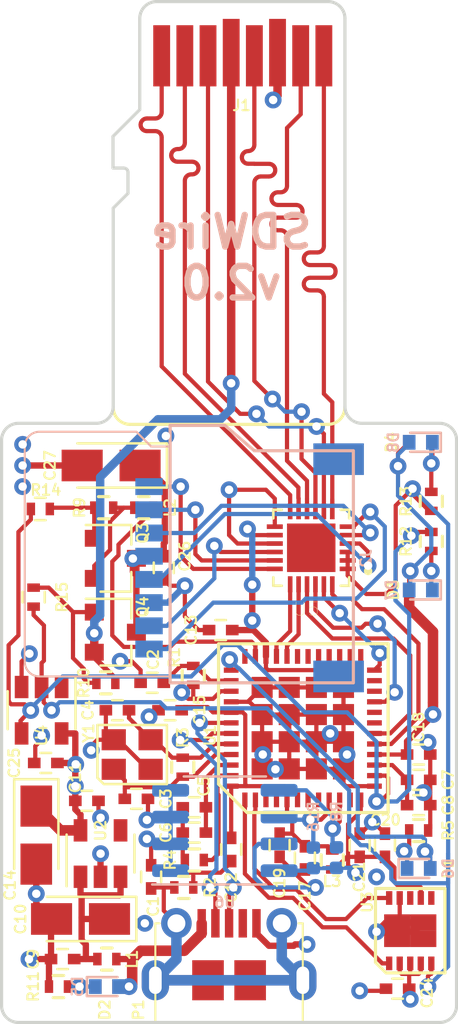
<source format=kicad_pcb>
(kicad_pcb (version 20190907) (host pcbnew "(5.99.0-378-g00bbb4bc1)")
  (title_block (title "Micro SD card adapter") (date "2019-05-12") (rev "1.4") (company "SRPOL") (comment 1 "Author: Adam Malinowski <a.malinowsk2@partner.samsung.com>") (comment 2 "Copyright (c) 2016 Samsung Electronics Co., Ltd All Rights Reserved"))
  (layers (0 "F.Cu" signal) (1 "In1.Cu" power) (2 "In2.Cu" power) (31 "B.Cu" signal) (34 "B.Paste" user hide) (35 "F.Paste" user hide) (36 "B.SilkS" user) (37 "F.SilkS" user hide) (38 "B.Mask" user) (39 "F.Mask" user hide) (44 "Edge.Cuts" user))
  (net 0 "")
  (net 1 "GND")
  (net 2 "Net-(C1-Pad1)")
  (net 3 "/~RESET")
  (net 4 "Net-(C3-Pad1)")
  (net 5 "Net-(C4-Pad1)")
  (net 6 "Net-(C5-Pad1)")
  (net 7 "Net-(C7-Pad1)")
  (net 8 "Net-(C10-Pad1)")
  (net 9 "+3V3")
  (net 10 "Net-(C12-Pad1)")
  (net 11 "/USB_B-")
  (net 12 "/USB_B+")
  (net 13 "/USD_VDD")
  (net 14 "Net-(D1-Pad1)")
  (net 15 "Net-(D1-Pad2)")
  (net 16 "/DAT1_DUT")
  (net 17 "/DAT0_DUT")
  (net 18 "/CLK_DUT")
  (net 19 "/VDD_DUT")
  (net 20 "/CMD_DUT")
  (net 21 "/DAT3_DUT")
  (net 22 "/DAT2_DUT")
  (net 23 "Net-(J2-Pad1)")
  (net 24 "Net-(J2-Pad2)")
  (net 25 "Net-(J2-Pad3)")
  (net 26 "Net-(J2-Pad5)")
  (net 27 "Net-(J2-Pad7)")
  (net 28 "Net-(J2-Pad8)")
  (net 29 "/VDD")
  (net 30 "/VDD_TS")
  (net 31 "Net-(L2-Pad2)")
  (net 32 "/USB_UP-")
  (net 33 "/USB_UP+")
  (net 34 "Net-(P1-Pad4)")
  (net 35 "/SOCKET_SEL")
  (net 36 "Net-(R4-Pad1)")
  (net 37 "Net-(U1-Pad36)")
  (net 38 "/DAT2_TS")
  (net 39 "/DAT3_TS")
  (net 40 "Net-(U1-Pad31)")
  (net 41 "Net-(U1-Pad30)")
  (net 42 "Net-(U1-Pad29)")
  (net 43 "Net-(U1-Pad28)")
  (net 44 "Net-(U1-Pad27)")
  (net 45 "Net-(U1-Pad26)")
  (net 46 "/CMD_TS")
  (net 47 "Net-(U1-Pad23)")
  (net 48 "Net-(U1-Pad22)")
  (net 49 "/CLK_TS")
  (net 50 "Net-(U1-Pad20)")
  (net 51 "Net-(U1-Pad19)")
  (net 52 "/DAT0_TS")
  (net 53 "/DAT1_TS")
  (net 54 "/~CD_TS")
  (net 55 "Net-(U1-Pad11)")
  (net 56 "Net-(U1-Pad8)")
  (net 57 "Net-(U1-Pad7)")
  (net 58 "Net-(U1-Pad6)")
  (net 59 "Net-(U1-Pad4)")
  (net 60 "Net-(U1-Pad3)")
  (net 61 "Net-(U3-Pad8)")
  (net 62 "Net-(U3-Pad6)")
  (net 63 "Net-(U2-Pad4)")
  (net 64 "Net-(D2-Pad1)")
  (net 65 "Net-(D3-Pad1)")
  (net 66 "Net-(D4-Pad1)")
  (net 67 "Net-(Q4-Pad1)")
  (net 68 "Net-(Q3-Pad1)")
  (net 69 "Net-(R16-Pad2)")
  (net 70 "Net-(R8-Pad2)")
  (net 71 "Net-(U5-Pad25)")
  (module "mux-footprints:usd-attend" (layer "B.Cu") (at 143.4 107.7 90)
    (fp_text reference "J2" (at -3.4 10.3 270) (layer "B.SilkS") (effects (font (size 0.5 0.5) (thickness 0.1)) (justify mirror)))
    (fp_text value "uSD Socket")
    (pad "1" smd rect (at 0 0 90) (size 0.8 1.3) (layers "B.Cu" "B.Paste" "B.Mask") (net 23 "Net-(J2-Pad1)"))
    (pad "2" smd rect (at -1.1 0 90) (size 0.8 1.3) (layers "B.Cu" "B.Paste" "B.Mask") (net 24 "Net-(J2-Pad2)"))
    (pad "3" smd rect (at -2.2 0 90) (size 0.8 1.3) (layers "B.Cu" "B.Paste" "B.Mask") (net 25 "Net-(J2-Pad3)"))
    (pad "4" smd rect (at -3.3 0 90) (size 0.8 1.3) (layers "B.Cu" "B.Paste" "B.Mask") (net 13 "/USD_VDD"))
    (pad "5" smd rect (at -4.4 0 90) (size 0.8 1.3) (layers "B.Cu" "B.Paste" "B.Mask") (net 26 "Net-(J2-Pad5)"))
    (pad "6" smd rect (at -5.5 0 90) (size 0.8 1.3) (layers "B.Cu" "B.Paste" "B.Mask") (net 1 "GND"))
    (pad "7" smd rect (at -6.6 0 90) (size 0.8 1.3) (layers "B.Cu" "B.Paste" "B.Mask") (net 27 "Net-(J2-Pad7)"))
    (pad "8" smd rect (at -7.7 0 90) (size 0.8 1.3) (layers "B.Cu" "B.Paste" "B.Mask") (net 28 "Net-(J2-Pad8)"))
    (pad "9" smd rect (at -9 9 90) (size 1.5 2.4) (layers "B.Cu" "B.Paste" "B.Mask"))
    (pad "9" smd rect (at 1.3 9 90) (size 1.5 2.4) (layers "B.Cu" "B.Paste" "B.Mask"))
  )
  (module "SDWire:QFN40P350X350X80-25N" (layer "F.Cu") (at 151.1 110.6 180)
    (fp_text reference "U5" (at 0.232 -2.9064) (layer "F.SilkS") (effects (font (size 0.64 0.64) (thickness 0.015))))
    (fp_text value "MAX4996L")
    (pad "25" smd rect (at 0 0 180) (size 2.3 2.3) (layers "F.Cu" "F.Mask") (net 71 "Net-(U5-Pad25)"))
    (pad "24" smd rect (at -1 -1.73 180) (size 0.22 0.76) (layers "F.Cu" "F.Paste" "F.Mask") (net 53 "/DAT1_TS"))
    (pad "23" smd rect (at -0.6 -1.73 180) (size 0.22 0.76) (layers "F.Cu" "F.Paste" "F.Mask") (net 46 "/CMD_TS"))
    (pad "22" smd rect (at -0.2 -1.73 180) (size 0.22 0.76) (layers "F.Cu" "F.Paste" "F.Mask") (net 49 "/CLK_TS"))
    (pad "21" smd rect (at 0.2 -1.73 180) (size 0.22 0.76) (layers "F.Cu" "F.Paste" "F.Mask") (net 52 "/DAT0_TS"))
    (pad "20" smd rect (at 0.6 -1.73 180) (size 0.22 0.76) (layers "F.Cu" "F.Paste" "F.Mask") (net 39 "/DAT3_TS"))
    (pad "19" smd rect (at 1 -1.73 180) (size 0.22 0.76) (layers "F.Cu" "F.Paste" "F.Mask") (net 38 "/DAT2_TS"))
    (pad "18" smd rect (at 1.73 -1 180) (size 0.76 0.22) (layers "F.Cu" "F.Paste" "F.Mask") (net 23 "Net-(J2-Pad1)"))
    (pad "17" smd rect (at 1.73 -0.6 180) (size 0.76 0.22) (layers "F.Cu" "F.Paste" "F.Mask") (net 24 "Net-(J2-Pad2)"))
    (pad "16" smd rect (at 1.73 -0.2 180) (size 0.76 0.22) (layers "F.Cu" "F.Paste" "F.Mask") (net 27 "Net-(J2-Pad7)"))
    (pad "15" smd rect (at 1.73 0.2 180) (size 0.76 0.22) (layers "F.Cu" "F.Paste" "F.Mask") (net 1 "GND"))
    (pad "14" smd rect (at 1.73 0.6 180) (size 0.76 0.22) (layers "F.Cu" "F.Paste" "F.Mask") (net 9 "+3V3"))
    (pad "13" smd rect (at 1.73 1 180) (size 0.76 0.22) (layers "F.Cu" "F.Paste" "F.Mask") (net 1 "GND"))
    (pad "12" smd rect (at 1 1.73 180) (size 0.22 0.76) (layers "F.Cu" "F.Paste" "F.Mask") (net 22 "/DAT2_DUT"))
    (pad "11" smd rect (at 0.6 1.73 180) (size 0.22 0.76) (layers "F.Cu" "F.Paste" "F.Mask") (net 21 "/DAT3_DUT"))
    (pad "10" smd rect (at 0.2 1.73 180) (size 0.22 0.76) (layers "F.Cu" "F.Paste" "F.Mask") (net 17 "/DAT0_DUT"))
    (pad "9" smd rect (at -0.2 1.73 180) (size 0.22 0.76) (layers "F.Cu" "F.Paste" "F.Mask") (net 18 "/CLK_DUT"))
    (pad "8" smd rect (at -0.6 1.73 180) (size 0.22 0.76) (layers "F.Cu" "F.Paste" "F.Mask") (net 20 "/CMD_DUT"))
    (pad "7" smd rect (at -1 1.73 180) (size 0.22 0.76) (layers "F.Cu" "F.Paste" "F.Mask") (net 16 "/DAT1_DUT"))
    (pad "6" smd rect (at -1.73 1 180) (size 0.76 0.22) (layers "F.Cu" "F.Paste" "F.Mask") (net 28 "Net-(J2-Pad8)"))
    (pad "5" smd rect (at -1.73 0.6 180) (size 0.76 0.22) (layers "F.Cu" "F.Paste" "F.Mask") (net 25 "Net-(J2-Pad3)"))
    (pad "4" smd rect (at -1.73 0.2 180) (size 0.76 0.22) (layers "F.Cu" "F.Paste" "F.Mask") (net 26 "Net-(J2-Pad5)"))
    (pad "3" smd rect (at -1.73 -0.2 180) (size 0.76 0.22) (layers "F.Cu" "F.Paste" "F.Mask") (net 35 "/SOCKET_SEL"))
    (pad "2" smd rect (at -1.73 -0.6 180) (size 0.76 0.22) (layers "F.Cu" "F.Paste" "F.Mask") (net 35 "/SOCKET_SEL"))
    (pad "1" smd rect (at -1.73 -1 180) (size 0.76 0.22) (layers "F.Cu" "F.Paste" "F.Mask") (net 35 "/SOCKET_SEL"))
  )
  (module "Package_SO:SO-8_3.9x4.9mm_P1.27mm" (layer "B.Cu") (at 147 124)
    (fp_text reference "U6" (at 0 3.4) (layer "B.SilkS") (effects (font (size 0.5 0.5) (thickness 0.1)) (justify mirror)))
    (fp_text value "AT24CS02-SSHM")
    (pad "8" smd roundrect (at 2.575 1.905) (size 1.75 0.6) (layers "B.Cu" "B.Paste" "B.Mask") (net 9 "+3V3"))
    (pad "7" smd roundrect (at 2.575 0.635) (size 1.75 0.6) (layers "B.Cu" "B.Paste" "B.Mask") (net 1 "GND"))
    (pad "6" smd roundrect (at 2.575 -0.635) (size 1.75 0.6) (layers "B.Cu" "B.Paste" "B.Mask") (net 69 "Net-(R16-Pad2)"))
    (pad "5" smd roundrect (at 2.575 -1.905) (size 1.75 0.6) (layers "B.Cu" "B.Paste" "B.Mask") (net 70 "Net-(R8-Pad2)"))
    (pad "4" smd roundrect (at -2.575 -1.905) (size 1.75 0.6) (layers "B.Cu" "B.Paste" "B.Mask") (net 1 "GND"))
    (pad "3" smd roundrect (at -2.575 -0.635) (size 1.75 0.6) (layers "B.Cu" "B.Paste" "B.Mask") (net 1 "GND"))
    (pad "2" smd roundrect (at -2.575 0.635) (size 1.75 0.6) (layers "B.Cu" "B.Paste" "B.Mask") (net 1 "GND"))
    (pad "1" smd roundrect (at -2.575 1.905) (size 1.75 0.6) (layers "B.Cu" "B.Paste" "B.Mask") (net 1 "GND"))
  )
  (module "Resistor_SMD:R_0402_1005Metric" (layer "B.Cu") (at 151.2 125.3 90)
    (fp_text reference "R16" (at 1.95 0 90) (layer "B.SilkS") (effects (font (size 0.5 0.5) (thickness 0.1)) (justify mirror)))
    (fp_text value "10K")
    (pad "2" smd roundrect (at 0.485 0 90) (size 0.59 0.64) (layers "B.Cu" "B.Paste" "B.Mask") (net 69 "Net-(R16-Pad2)"))
    (pad "1" smd roundrect (at -0.485 0 90) (size 0.59 0.64) (layers "B.Cu" "B.Paste" "B.Mask") (net 9 "+3V3"))
  )
  (module "Resistor_SMD:R_0402_1005Metric" (layer "B.Cu") (at 152.3 125.285 90)
    (fp_text reference "R8" (at 2.185 0 90) (layer "B.SilkS") (effects (font (size 0.5 0.5) (thickness 0.1)) (justify mirror)))
    (fp_text value "10K")
    (pad "1" smd roundrect (at -0.485 0 90) (size 0.59 0.64) (layers "B.Cu" "B.Paste" "B.Mask") (net 9 "+3V3"))
    (pad "2" smd roundrect (at 0.485 0 90) (size 0.59 0.64) (layers "B.Cu" "B.Paste" "B.Mask") (net 70 "Net-(R8-Pad2)"))
  )
  (module "mux-footprints:Crystal_SMD_2520-4pin_2.5x2.0mm" (layer "F.Cu") (at 142.6 120.4)
    (fp_text reference "Y1" (at -2.07 -1.02 90) (layer "F.SilkS") (effects (font (size 0.5 0.5) (thickness 0.1))))
    (fp_text value "24MHz")
    (pad "4" smd rect (at -0.875 -0.7) (size 1.15 1) (layers "F.Cu" "F.Paste" "F.Mask") (net 1 "GND"))
    (pad "3" smd rect (at 0.875 -0.7) (size 1.15 1) (layers "F.Cu" "F.Paste" "F.Mask") (net 5 "Net-(C4-Pad1)"))
    (pad "2" smd rect (at 0.875 0.7) (size 1.15 1) (layers "F.Cu" "F.Paste" "F.Mask") (net 1 "GND"))
    (pad "1" smd rect (at -0.875 0.7) (size 1.15 1) (layers "F.Cu" "F.Paste" "F.Mask") (net 4 "Net-(C3-Pad1)"))
  )
  (module "mux-footprints:DFN-10-1EP_3x3mm_Pitch0.5mm" (layer "F.Cu") (at 155.8 128.75 90)
    (fp_text reference "U3" (at 1.35 -2.04 270) (layer "F.SilkS") (effects (font (size 0.5 0.5) (thickness 0.1))))
    (fp_text value "FT200XD")
    (pad "11" smd rect (at -0.3875 -0.62 90) (size 0.775 1.24) (layers "F.Cu" "F.Paste" "F.Mask") (net 1 "GND"))
    (pad "11" smd rect (at -0.3875 0.62 90) (size 0.775 1.24) (layers "F.Cu" "F.Paste" "F.Mask") (net 1 "GND"))
    (pad "11" smd rect (at 0.3875 -0.62 90) (size 0.775 1.24) (layers "F.Cu" "F.Paste" "F.Mask") (net 1 "GND"))
    (pad "11" smd rect (at 0.3875 0.62 90) (size 0.775 1.24) (layers "F.Cu" "F.Paste" "F.Mask") (net 1 "GND"))
    (pad "10" smd rect (at 1.55 -1 90) (size 0.65 0.3) (layers "F.Cu" "F.Paste" "F.Mask") (net 12 "/USB_B+"))
    (pad "9" smd rect (at 1.55 -0.5 90) (size 0.65 0.3) (layers "F.Cu" "F.Paste" "F.Mask") (net 1 "GND"))
    (pad "8" smd rect (at 1.55 0 90) (size 0.65 0.3) (layers "F.Cu" "F.Paste" "F.Mask") (net 61 "Net-(U3-Pad8)"))
    (pad "7" smd rect (at 1.55 0.5 90) (size 0.65 0.3) (layers "F.Cu" "F.Paste" "F.Mask") (net 9 "+3V3"))
    (pad "6" smd rect (at 1.55 1 90) (size 0.65 0.3) (layers "F.Cu" "F.Paste" "F.Mask") (net 62 "Net-(U3-Pad6)"))
    (pad "5" smd rect (at -1.55 1 90) (size 0.65 0.3) (layers "F.Cu" "F.Paste" "F.Mask") (net 35 "/SOCKET_SEL"))
    (pad "4" smd rect (at -1.55 0.5 90) (size 0.65 0.3) (layers "F.Cu" "F.Paste" "F.Mask") (net 9 "+3V3"))
    (pad "3" smd rect (at -1.55 0 90) (size 0.65 0.3) (layers "F.Cu" "F.Paste" "F.Mask") (net 9 "+3V3"))
    (pad "2" smd rect (at -1.55 -0.5 90) (size 0.65 0.3) (layers "F.Cu" "F.Paste" "F.Mask") (net 9 "+3V3"))
    (pad "1" smd rect (at -1.55 -1 90) (size 0.65 0.3) (layers "F.Cu" "F.Paste" "F.Mask") (net 11 "/USB_B-"))
  )
  (module "mux-footprints:QFN-48-1EP_7x7mm_Pitch0.5mm" (layer "F.Cu") (at 150.7 119.15 90)
    (fp_text reference "U1" (at -0.35 -4.4 90) (layer "F.SilkS") (effects (font (size 0.5 0.5) (thickness 0.1))))
    (fp_text value "USB2640-HZH-02")
    (pad "49" smd rect (at -1.93125 -1.93125 90) (size 1 1) (layers "F.Cu" "F.Paste" "F.Mask") (net 1 "GND"))
    (pad "49" smd rect (at -1.93125 -0.64375 90) (size 1 1) (layers "F.Cu" "F.Paste" "F.Mask") (net 1 "GND"))
    (pad "49" smd rect (at -1.93125 0.64375 90) (size 1 1) (layers "F.Cu" "F.Paste" "F.Mask") (net 1 "GND"))
    (pad "49" smd rect (at -1.93125 1.93125 90) (size 1 1) (layers "F.Cu" "F.Paste" "F.Mask") (net 1 "GND"))
    (pad "49" smd rect (at -0.64375 -1.93125 90) (size 1 1) (layers "F.Cu" "F.Paste" "F.Mask") (net 1 "GND"))
    (pad "49" smd rect (at -0.64375 -0.64375 90) (size 1 1) (layers "F.Cu" "F.Paste" "F.Mask") (net 1 "GND"))
    (pad "49" smd rect (at -0.64375 0.64375 90) (size 1 1) (layers "F.Cu" "F.Paste" "F.Mask") (net 1 "GND"))
    (pad "49" smd rect (at -0.64375 1.93125 90) (size 1 1) (layers "F.Cu" "F.Paste" "F.Mask") (net 1 "GND"))
    (pad "49" smd rect (at 0.64375 -1.93125 90) (size 1 1) (layers "F.Cu" "F.Paste" "F.Mask") (net 1 "GND"))
    (pad "49" smd rect (at 0.64375 -0.64375 90) (size 1 1) (layers "F.Cu" "F.Paste" "F.Mask") (net 1 "GND"))
    (pad "49" smd rect (at 0.64375 0.64375 90) (size 1 1) (layers "F.Cu" "F.Paste" "F.Mask") (net 1 "GND"))
    (pad "49" smd rect (at 0.64375 1.93125 90) (size 1 1) (layers "F.Cu" "F.Paste" "F.Mask") (net 1 "GND"))
    (pad "49" smd rect (at 1.93125 -1.93125 90) (size 1 1) (layers "F.Cu" "F.Paste" "F.Mask") (net 1 "GND"))
    (pad "49" smd rect (at 1.93125 -0.64375 90) (size 1 1) (layers "F.Cu" "F.Paste" "F.Mask") (net 1 "GND"))
    (pad "49" smd rect (at 1.93125 0.64375 90) (size 1 1) (layers "F.Cu" "F.Paste" "F.Mask") (net 1 "GND"))
    (pad "49" smd rect (at 1.93125 1.93125 90) (size 1 1) (layers "F.Cu" "F.Paste" "F.Mask") (net 1 "GND"))
    (pad "48" smd rect (at -2.75 -3.4 180) (size 0.7 0.25) (layers "F.Cu" "F.Paste" "F.Mask") (net 10 "Net-(C12-Pad1)"))
    (pad "47" smd rect (at -2.25 -3.4 180) (size 0.7 0.25) (layers "F.Cu" "F.Paste" "F.Mask") (net 36 "Net-(R4-Pad1)"))
    (pad "46" smd rect (at -1.75 -3.4 180) (size 0.7 0.25) (layers "F.Cu" "F.Paste" "F.Mask") (net 6 "Net-(C5-Pad1)"))
    (pad "45" smd rect (at -1.25 -3.4 180) (size 0.7 0.25) (layers "F.Cu" "F.Paste" "F.Mask") (net 4 "Net-(C3-Pad1)"))
    (pad "44" smd rect (at -0.75 -3.4 180) (size 0.7 0.25) (layers "F.Cu" "F.Paste" "F.Mask") (net 5 "Net-(C4-Pad1)"))
    (pad "43" smd rect (at -0.25 -3.4 180) (size 0.7 0.25) (layers "F.Cu" "F.Paste" "F.Mask") (net 32 "/USB_UP-"))
    (pad "42" smd rect (at 0.25 -3.4 180) (size 0.7 0.25) (layers "F.Cu" "F.Paste" "F.Mask") (net 33 "/USB_UP+"))
    (pad "41" smd rect (at 0.75 -3.4 180) (size 0.7 0.25) (layers "F.Cu" "F.Paste" "F.Mask") (net 10 "Net-(C12-Pad1)"))
    (pad "40" smd rect (at 1.25 -3.4 180) (size 0.7 0.25) (layers "F.Cu" "F.Paste" "F.Mask") (net 1 "GND"))
    (pad "39" smd rect (at 1.75 -3.4 180) (size 0.7 0.25) (layers "F.Cu" "F.Paste" "F.Mask") (net 9 "+3V3"))
    (pad "38" smd rect (at 2.25 -3.4 180) (size 0.7 0.25) (layers "F.Cu" "F.Paste" "F.Mask") (net 3 "/~RESET"))
    (pad "37" smd rect (at 2.75 -3.4 180) (size 0.7 0.25) (layers "F.Cu" "F.Paste" "F.Mask") (net 15 "Net-(D1-Pad2)"))
    (pad "36" smd rect (at 3.4 -2.75 90) (size 0.7 0.25) (layers "F.Cu" "F.Paste" "F.Mask") (net 37 "Net-(U1-Pad36)"))
    (pad "35" smd rect (at 3.4 -2.25 90) (size 0.7 0.25) (layers "F.Cu" "F.Paste" "F.Mask") (net 31 "Net-(L2-Pad2)"))
    (pad "34" smd rect (at 3.4 -1.75 90) (size 0.7 0.25) (layers "F.Cu" "F.Paste" "F.Mask") (net 9 "+3V3"))
    (pad "33" smd rect (at 3.4 -1.25 90) (size 0.7 0.25) (layers "F.Cu" "F.Paste" "F.Mask") (net 38 "/DAT2_TS"))
    (pad "32" smd rect (at 3.4 -0.75 90) (size 0.7 0.25) (layers "F.Cu" "F.Paste" "F.Mask") (net 39 "/DAT3_TS"))
    (pad "31" smd rect (at 3.4 -0.25 90) (size 0.7 0.25) (layers "F.Cu" "F.Paste" "F.Mask") (net 40 "Net-(U1-Pad31)"))
    (pad "30" smd rect (at 3.4 0.25 90) (size 0.7 0.25) (layers "F.Cu" "F.Paste" "F.Mask") (net 41 "Net-(U1-Pad30)"))
    (pad "29" smd rect (at 3.4 0.75 90) (size 0.7 0.25) (layers "F.Cu" "F.Paste" "F.Mask") (net 42 "Net-(U1-Pad29)"))
    (pad "28" smd rect (at 3.4 1.25 90) (size 0.7 0.25) (layers "F.Cu" "F.Paste" "F.Mask") (net 43 "Net-(U1-Pad28)"))
    (pad "27" smd rect (at 3.4 1.75 90) (size 0.7 0.25) (layers "F.Cu" "F.Paste" "F.Mask") (net 44 "Net-(U1-Pad27)"))
    (pad "26" smd rect (at 3.4 2.25 90) (size 0.7 0.25) (layers "F.Cu" "F.Paste" "F.Mask") (net 45 "Net-(U1-Pad26)"))
    (pad "25" smd rect (at 3.4 2.75 90) (size 0.7 0.25) (layers "F.Cu" "F.Paste" "F.Mask") (net 9 "+3V3"))
    (pad "24" smd rect (at 2.75 3.4 180) (size 0.7 0.25) (layers "F.Cu" "F.Paste" "F.Mask") (net 46 "/CMD_TS"))
    (pad "23" smd rect (at 2.25 3.4 180) (size 0.7 0.25) (layers "F.Cu" "F.Paste" "F.Mask") (net 47 "Net-(U1-Pad23)"))
    (pad "22" smd rect (at 1.75 3.4 180) (size 0.7 0.25) (layers "F.Cu" "F.Paste" "F.Mask") (net 48 "Net-(U1-Pad22)"))
    (pad "21" smd rect (at 1.25 3.4 180) (size 0.7 0.25) (layers "F.Cu" "F.Paste" "F.Mask") (net 49 "/CLK_TS"))
    (pad "20" smd rect (at 0.75 3.4 180) (size 0.7 0.25) (layers "F.Cu" "F.Paste" "F.Mask") (net 50 "Net-(U1-Pad20)"))
    (pad "19" smd rect (at 0.25 3.4 180) (size 0.7 0.25) (layers "F.Cu" "F.Paste" "F.Mask") (net 51 "Net-(U1-Pad19)"))
    (pad "18" smd rect (at -0.25 3.4 180) (size 0.7 0.25) (layers "F.Cu" "F.Paste" "F.Mask") (net 52 "/DAT0_TS"))
    (pad "17" smd rect (at -0.75 3.4 180) (size 0.7 0.25) (layers "F.Cu" "F.Paste" "F.Mask") (net 53 "/DAT1_TS"))
    (pad "16" smd rect (at -1.25 3.4 180) (size 0.7 0.25) (layers "F.Cu" "F.Paste" "F.Mask") (net 9 "+3V3"))
    (pad "15" smd rect (at -1.75 3.4 180) (size 0.7 0.25) (layers "F.Cu" "F.Paste" "F.Mask") (net 7 "Net-(C7-Pad1)"))
    (pad "14" smd rect (at -2.25 3.4 180) (size 0.7 0.25) (layers "F.Cu" "F.Paste" "F.Mask") (net 54 "/~CD_TS"))
    (pad "13" smd rect (at -2.75 3.4 180) (size 0.7 0.25) (layers "F.Cu" "F.Paste" "F.Mask") (net 1 "GND"))
    (pad "12" smd rect (at -3.4 2.75 90) (size 0.7 0.25) (layers "F.Cu" "F.Paste" "F.Mask") (net 9 "+3V3"))
    (pad "11" smd rect (at -3.4 2.25 90) (size 0.7 0.25) (layers "F.Cu" "F.Paste" "F.Mask") (net 55 "Net-(U1-Pad11)"))
    (pad "10" smd rect (at -3.4 1.75 90) (size 0.7 0.25) (layers "F.Cu" "F.Paste" "F.Mask") (net 70 "Net-(R8-Pad2)"))
    (pad "9" smd rect (at -3.4 1.25 90) (size 0.7 0.25) (layers "F.Cu" "F.Paste" "F.Mask") (net 69 "Net-(R16-Pad2)"))
    (pad "8" smd rect (at -3.4 0.75 90) (size 0.7 0.25) (layers "F.Cu" "F.Paste" "F.Mask") (net 56 "Net-(U1-Pad8)"))
    (pad "7" smd rect (at -3.4 0.25 90) (size 0.7 0.25) (layers "F.Cu" "F.Paste" "F.Mask") (net 57 "Net-(U1-Pad7)"))
    (pad "6" smd rect (at -3.4 -0.25 90) (size 0.7 0.25) (layers "F.Cu" "F.Paste" "F.Mask") (net 58 "Net-(U1-Pad6)"))
    (pad "5" smd rect (at -3.4 -0.75 90) (size 0.7 0.25) (layers "F.Cu" "F.Paste" "F.Mask") (net 10 "Net-(C12-Pad1)"))
    (pad "4" smd rect (at -3.4 -1.25 90) (size 0.7 0.25) (layers "F.Cu" "F.Paste" "F.Mask") (net 59 "Net-(U1-Pad4)"))
    (pad "3" smd rect (at -3.4 -1.75 90) (size 0.7 0.25) (layers "F.Cu" "F.Paste" "F.Mask") (net 60 "Net-(U1-Pad3)"))
    (pad "2" smd rect (at -3.4 -2.25 90) (size 0.7 0.25) (layers "F.Cu" "F.Paste" "F.Mask") (net 12 "/USB_B+"))
    (pad "1" smd rect (at -3.4 -2.75 90) (size 0.7 0.25) (layers "F.Cu" "F.Paste" "F.Mask") (net 11 "/USB_B-"))
  )
  (module "mux-footprints:micro_sub_molex" (layer "F.Cu") (at 147.2 130.8)
    (fp_text reference "P1" (at -4.3 1.7 90) (layer "F.SilkS") (effects (font (size 0.5 0.5) (thickness 0.1))))
    (fp_text value "USB_OTG_MICRO_USB")
    (pad "1" smd rect (at -1.3 -2.4) (size 0.4 1.35) (layers "F.Cu" "F.Paste" "F.Mask") (net 29 "/VDD"))
    (pad "2" smd rect (at -0.65 -2.4) (size 0.4 1.35) (layers "F.Cu" "F.Paste" "F.Mask") (net 32 "/USB_UP-"))
    (pad "3" smd rect (at 0 -2.4) (size 0.4 1.35) (layers "F.Cu" "F.Paste" "F.Mask") (net 33 "/USB_UP+"))
    (pad "4" smd rect (at 0.65 -2.4) (size 0.4 1.35) (layers "F.Cu" "F.Paste" "F.Mask") (net 34 "Net-(P1-Pad4)"))
    (pad "5" smd rect (at 1.3 -2.4) (size 0.4 1.35) (layers "F.Cu" "F.Paste" "F.Mask") (net 1 "GND"))
    (pad "6" thru_hole circle (at -2.5 -2.4) (size 1.45 1.45) (drill 0.85) (layers *.Cu *.Mask) (net 2 "Net-(C1-Pad1)"))
    (pad "6" thru_hole circle (at 2.5 -2.4) (size 1.45 1.45) (drill 0.85) (layers *.Cu *.Mask) (net 2 "Net-(C1-Pad1)"))
    (pad "6" thru_hole oval (at -3.5 0.3) (size 1.3 1.9) (drill oval 0.6 1.3) (layers *.Cu *.Mask) (net 2 "Net-(C1-Pad1)"))
    (pad "6" thru_hole oval (at 3.5 0.3) (size 1.3 1.9) (drill oval 0.6 1.3) (layers *.Cu *.Mask) (net 2 "Net-(C1-Pad1)"))
    (pad "6" smd rect (at -1 0.3) (size 1.5 1.9) (layers "F.Cu" "F.Paste" "F.Mask") (net 2 "Net-(C1-Pad1)"))
    (pad "6" smd rect (at 1 0.3) (size 1.5 1.9) (layers "F.Cu" "F.Paste" "F.Mask") (net 2 "Net-(C1-Pad1)"))
  )
  (module "mux-footprints:VIA_0408" (layer "F.Cu") (at 137.72 115.62)
    (fp_text reference "REF**" hide)
    (fp_text value "VIA_0408" hide)
    (pad "1" thru_hole circle (at 0 0) (size 0.8 0.8) (drill 0.4) (layers *.Cu) (net 1 "GND"))
  )
  (module "Resistors_SMD:R_0402" (layer "F.Cu") (at 138.24 108.76 180)
    (fp_text reference "R14" (at -0.26 0.9 180) (layer "F.SilkS") (effects (font (size 0.5 0.5) (thickness 0.1))))
    (fp_text value "1K")
    (pad "1" smd rect (at -0.45 0 180) (size 0.4 0.6) (layers "F.Cu" "F.Paste" "F.Mask") (net 68 "Net-(Q3-Pad1)"))
    (pad "2" smd rect (at 0.45 0 180) (size 0.4 0.6) (layers "F.Cu" "F.Paste" "F.Mask") (net 54 "/~CD_TS"))
  )
  (module "Resistors_SMD:R_0402" (layer "F.Cu") (at 137.92 112.94 -90)
    (fp_text reference "R15" (at 0 -1.35 -90) (layer "F.SilkS") (effects (font (size 0.5 0.5) (thickness 0.1))))
    (fp_text value "1K")
    (pad "2" smd rect (at 0.45 0 270) (size 0.4 0.6) (layers "F.Cu" "F.Paste" "F.Mask") (net 35 "/SOCKET_SEL"))
    (pad "1" smd rect (at -0.45 0 270) (size 0.4 0.6) (layers "F.Cu" "F.Paste" "F.Mask") (net 67 "Net-(Q4-Pad1)"))
  )
  (module "Resistors_SMD:R_0402" (layer "F.Cu") (at 141.35 117)
    (fp_text reference "R10" (at -1.05 0 90) (layer "F.SilkS") (effects (font (size 0.5 0.5) (thickness 0.1))))
    (fp_text value "10K")
    (pad "2" smd rect (at 0.45 0) (size 0.4 0.6) (layers "F.Cu" "F.Paste" "F.Mask") (net 19 "/VDD_DUT"))
    (pad "1" smd rect (at -0.45 0) (size 0.4 0.6) (layers "F.Cu" "F.Paste" "F.Mask") (net 67 "Net-(Q4-Pad1)"))
  )
  (module "Resistors_SMD:R_0402" (layer "F.Cu") (at 141.25 108.7)
    (fp_text reference "R9" (at -1.15 0 90) (layer "F.SilkS") (effects (font (size 0.5 0.5) (thickness 0.1))))
    (fp_text value "10K")
    (pad "2" smd rect (at 0.45 0) (size 0.4 0.6) (layers "F.Cu" "F.Paste" "F.Mask") (net 30 "/VDD_TS"))
    (pad "1" smd rect (at -0.45 0) (size 0.4 0.6) (layers "F.Cu" "F.Paste" "F.Mask") (net 68 "Net-(Q3-Pad1)"))
  )
  (module "TO_SOT_Packages_SMD:SOT-23" (layer "F.Cu") (at 141.8 111.1)
    (fp_text reference "Q3" (at 1.3 -1.2 90) (layer "F.SilkS") (effects (font (size 0.5 0.5) (thickness 0.1))))
    (fp_text value "MMBT4403LT1")
    (pad "1" smd rect (at -1 -0.95) (size 0.9 0.8) (layers "F.Cu" "F.Paste" "F.Mask") (net 68 "Net-(Q3-Pad1)"))
    (pad "2" smd rect (at -1 0.95) (size 0.9 0.8) (layers "F.Cu" "F.Paste" "F.Mask") (net 30 "/VDD_TS"))
    (pad "3" smd rect (at 1 0) (size 0.9 0.8) (layers "F.Cu" "F.Paste" "F.Mask") (net 13 "/USD_VDD"))
  )
  (module "TO_SOT_Packages_SMD:SOT-23" (layer "F.Cu") (at 141.8 114.6)
    (fp_text reference "Q4" (at 1.3 -1.2 90) (layer "F.SilkS") (effects (font (size 0.5 0.5) (thickness 0.1))))
    (fp_text value "MMBT4403LT1")
    (pad "1" smd rect (at -1 -0.95) (size 0.9 0.8) (layers "F.Cu" "F.Paste" "F.Mask") (net 67 "Net-(Q4-Pad1)"))
    (pad "2" smd rect (at -1 0.95) (size 0.9 0.8) (layers "F.Cu" "F.Paste" "F.Mask") (net 19 "/VDD_DUT"))
    (pad "3" smd rect (at 1 0) (size 0.9 0.8) (layers "F.Cu" "F.Paste" "F.Mask") (net 13 "/USD_VDD"))
  )
  (module "mux-footprints:VIA_0408" (layer "F.Cu") (at 148.8 120.4)
    (fp_text reference "REF**" hide)
    (fp_text value "VIA_0408" hide)
    (pad "1" thru_hole circle (at 0 0) (size 0.8 0.8) (drill 0.4) (layers *.Cu) (net 1 "GND"))
  )
  (module "mux-footprints:VIA_0408" (layer "F.Cu") (at 149.4 121.1)
    (fp_text reference "REF**" hide)
    (fp_text value "VIA_0408" hide)
    (pad "1" thru_hole circle (at 0 0) (size 0.8 0.8) (drill 0.4) (layers *.Cu) (net 1 "GND"))
  )
  (module "mux-footprints:VIA_0408" (layer "F.Cu") (at 152 119.4)
    (fp_text reference "REF**" hide)
    (fp_text value "VIA_0408" hide)
    (pad "1" thru_hole circle (at 0 0) (size 0.8 0.8) (drill 0.4) (layers *.Cu) (net 1 "GND"))
  )
  (module "mux-footprints:VIA_0408" (layer "F.Cu") (at 152.8 120.4)
    (fp_text reference "REF**" hide)
    (fp_text value "VIA_0408" hide)
    (pad "1" thru_hole circle (at 0 0) (size 0.8 0.8) (drill 0.4) (layers *.Cu) (net 1 "GND"))
  )
  (module "mux-footprints:VIA_0408" (layer "F.Cu") (at 153.4 131.6)
    (fp_text reference "REF**" hide)
    (fp_text value "VIA_0408" hide)
    (pad "1" thru_hole circle (at 0 0) (size 0.8 0.8) (drill 0.4) (layers *.Cu) (net 1 "GND"))
  )
  (module "mux-footprints:VIA_0408" (layer "F.Cu") (at 154.2 128.8)
    (fp_text reference "REF**" hide)
    (fp_text value "VIA_0408" hide)
    (pad "1" thru_hole circle (at 0 0) (size 0.8 0.8) (drill 0.4) (layers *.Cu) (net 1 "GND"))
  )
  (module "mux-footprints:VIA_0408" (layer "F.Cu") (at 154.2 126.2)
    (fp_text reference "REF**" hide)
    (fp_text value "VIA_0408" hide)
    (pad "1" thru_hole circle (at 0 0) (size 0.8 0.8) (drill 0.4) (layers *.Cu) (net 1 "GND"))
  )
  (module "mux-footprints:VIA_0408" (layer "F.Cu") (at 151.3 126.7)
    (fp_text reference "REF**" hide)
    (fp_text value "VIA_0408" hide)
    (pad "1" thru_hole circle (at 0 0) (size 0.8 0.8) (drill 0.4) (layers *.Cu) (net 1 "GND"))
  )
  (module "mux-footprints:VIA_0408" (layer "F.Cu") (at 150.9 129.4)
    (fp_text reference "REF**" hide)
    (fp_text value "VIA_0408" hide)
    (pad "1" thru_hole circle (at 0 0) (size 0.8 0.8) (drill 0.4) (layers *.Cu) (net 1 "GND"))
  )
  (module "mux-footprints:VIA_0408" (layer "F.Cu") (at 143.2 128.4)
    (fp_text reference "REF**" hide)
    (fp_text value "VIA_0408" hide)
    (pad "1" thru_hole circle (at 0 0) (size 0.8 0.8) (drill 0.4) (layers *.Cu) (net 1 "GND"))
  )
  (module "mux-footprints:VIA_0408" (layer "F.Cu") (at 143.3 124.4)
    (fp_text reference "REF**" hide)
    (fp_text value "VIA_0408" hide)
    (pad "1" thru_hole circle (at 0 0) (size 0.8 0.8) (drill 0.4) (layers *.Cu) (net 1 "GND"))
  )
  (module "mux-footprints:VIA_0408" (layer "F.Cu") (at 143.3 123.5)
    (fp_text reference "REF**" hide)
    (fp_text value "VIA_0408" hide)
    (pad "1" thru_hole circle (at 0 0) (size 0.8 0.8) (drill 0.4) (layers *.Cu) (net 1 "GND"))
  )
  (module "mux-footprints:VIA_0408" (layer "F.Cu") (at 144.2 105.3)
    (fp_text reference "REF**" hide)
    (fp_text value "VIA_0408" hide)
    (pad "1" thru_hole circle (at 0 0) (size 0.8 0.8) (drill 0.4) (layers *.Cu) (net 1 "GND"))
  )
  (module "mux-footprints:VIA_0408" (layer "F.Cu") (at 137.4 107.7)
    (fp_text reference "REF**" hide)
    (fp_text value "VIA_0408" hide)
    (pad "1" thru_hole circle (at 0 0) (size 0.8 0.8) (drill 0.4) (layers *.Cu) (net 1 "GND"))
  )
  (module "mux-footprints:VIA_0408" (layer "F.Cu") (at 137.4 106.7)
    (fp_text reference "REF**" hide)
    (fp_text value "VIA_0408" hide)
    (pad "1" thru_hole circle (at 0 0) (size 0.8 0.8) (drill 0.4) (layers *.Cu) (net 1 "GND"))
  )
  (module "mux-footprints:VIA_0408" (layer "F.Cu") (at 145.1 112.4)
    (fp_text reference "REF**" hide)
    (fp_text value "VIA_0408" hide)
    (pad "1" thru_hole circle (at 0 0) (size 0.8 0.8) (drill 0.4) (layers *.Cu) (net 1 "GND"))
  )
  (module "mux-footprints:VIA_0408" (layer "F.Cu") (at 137.4 105.7)
    (fp_text reference "REF**" hide)
    (fp_text value "VIA_0408" hide)
    (pad "1" thru_hole circle (at 0 0) (size 0.8 0.8) (drill 0.4) (layers *.Cu) (net 1 "GND"))
  )
  (module "Capacitors_SMD:C_0402" (layer "F.Cu") (at 153.4 124.7 90)
    (fp_text reference "C21" (at -1.5 -0.02 270) (layer "F.SilkS") (effects (font (size 0.5 0.5) (thickness 0.1))))
    (fp_text value "1uF/16V")
    (pad "1" smd rect (at -0.55 0 90) (size 0.6 0.5) (layers "F.Cu" "F.Paste" "F.Mask") (net 9 "+3V3"))
    (pad "2" smd rect (at 0.55 0 90) (size 0.6 0.5) (layers "F.Cu" "F.Paste" "F.Mask") (net 1 "GND"))
  )
  (module "Resistors_SMD:R_0402" (layer "F.Cu") (at 156.2 124)
    (fp_text reference "R5" (at 1.4 0 90) (layer "F.SilkS") (effects (font (size 0.5 0.5) (thickness 0.1))))
    (fp_text value "330R")
    (pad "1" smd rect (at -0.45 0) (size 0.4 0.6) (layers "F.Cu" "F.Paste" "F.Mask") (net 14 "Net-(D1-Pad1)"))
    (pad "2" smd rect (at 0.45 0) (size 0.4 0.6) (layers "F.Cu" "F.Paste" "F.Mask") (net 1 "GND"))
  )
  (module "LEDs:LED_0402" (layer "B.Cu") (at 156.2 125.8)
    (fp_text reference "D6" (at 1.4 0 90) (layer "B.SilkS") (effects (font (size 0.5 0.5) (thickness 0.1)) (justify mirror)))
    (fp_text value "OSB50402C1E")
    (pad "2" smd rect (at 0.55 0 180) (size 0.6 0.7) (layers "B.Cu" "B.Paste" "B.Mask") (net 15 "Net-(D1-Pad2)"))
    (pad "1" smd rect (at -0.55 0 180) (size 0.6 0.7) (layers "B.Cu" "B.Paste" "B.Mask") (net 14 "Net-(D1-Pad1)"))
  )
  (module "LEDs:LED_0402" (layer "B.Cu") (at 156.3 105.6 180)
    (fp_text reference "D8" (at 1.3 0 270) (layer "B.SilkS") (effects (font (size 0.5 0.5) (thickness 0.1)) (justify mirror)))
    (fp_text value "GREEN")
    (pad "1" smd rect (at -0.55 0) (size 0.6 0.7) (layers "B.Cu" "B.Paste" "B.Mask") (net 66 "Net-(D4-Pad1)"))
    (pad "2" smd rect (at 0.55 0) (size 0.6 0.7) (layers "B.Cu" "B.Paste" "B.Mask") (net 9 "+3V3"))
  )
  (module "LEDs:LED_0402" (layer "B.Cu") (at 156.3 112.6 180)
    (fp_text reference "D7" (at 1.4 0 270) (layer "B.SilkS") (effects (font (size 0.5 0.5) (thickness 0.1)) (justify mirror)))
    (fp_text value "BLUE")
    (pad "2" smd rect (at 0.55 0) (size 0.6 0.7) (layers "B.Cu" "B.Paste" "B.Mask") (net 9 "+3V3"))
    (pad "1" smd rect (at -0.55 0) (size 0.6 0.7) (layers "B.Cu" "B.Paste" "B.Mask") (net 65 "Net-(D3-Pad1)"))
  )
  (module "LEDs:LED_0402" (layer "B.Cu") (at 141.4 131.4)
    (fp_text reference "D5" (at -1.4 0 90) (layer "B.SilkS") (effects (font (size 0.5 0.5) (thickness 0.1)) (justify mirror)))
    (fp_text value "RED")
    (pad "1" smd rect (at -0.55 0 180) (size 0.6 0.7) (layers "B.Cu" "B.Paste" "B.Mask") (net 64 "Net-(D2-Pad1)"))
    (pad "2" smd rect (at 0.55 0 180) (size 0.6 0.7) (layers "B.Cu" "B.Paste" "B.Mask") (net 29 "/VDD"))
  )
  (module "LEDs:LED_0402" (layer "F.Cu") (at 156.3 105.6 180)
    (fp_text reference "D4" (at 1.4 0 270) (layer "F.SilkS") (effects (font (size 0.5 0.5) (thickness 0.1))))
    (fp_text value "GREEN")
    (pad "2" smd rect (at 0.55 0) (size 0.6 0.7) (layers "F.Cu" "F.Paste" "F.Mask") (net 9 "+3V3"))
    (pad "1" smd rect (at -0.55 0) (size 0.6 0.7) (layers "F.Cu" "F.Paste" "F.Mask") (net 66 "Net-(D4-Pad1)"))
  )
  (module "LEDs:LED_0402" (layer "F.Cu") (at 156.3 112.6 180)
    (fp_text reference "D3" (at 1.3 0 270) (layer "F.SilkS") (effects (font (size 0.5 0.5) (thickness 0.1))))
    (fp_text value "BLUE")
    (pad "1" smd rect (at -0.55 0) (size 0.6 0.7) (layers "F.Cu" "F.Paste" "F.Mask") (net 65 "Net-(D3-Pad1)"))
    (pad "2" smd rect (at 0.55 0) (size 0.6 0.7) (layers "F.Cu" "F.Paste" "F.Mask") (net 9 "+3V3"))
  )
  (module "LEDs:LED_0402" (layer "F.Cu") (at 141.4 131.4)
    (fp_text reference "D2" (at -0.1 1.1 90) (layer "F.SilkS") (effects (font (size 0.5 0.5) (thickness 0.1))))
    (fp_text value "RED")
    (pad "2" smd rect (at 0.55 0 180) (size 0.6 0.7) (layers "F.Cu" "F.Paste" "F.Mask") (net 29 "/VDD"))
    (pad "1" smd rect (at -0.55 0 180) (size 0.6 0.7) (layers "F.Cu" "F.Paste" "F.Mask") (net 64 "Net-(D2-Pad1)"))
  )
  (module "Resistors_SMD:R_0402" (layer "F.Cu") (at 156.8 108.4 -90)
    (fp_text reference "R13" (at 0 1.2 -90) (layer "F.SilkS") (effects (font (size 0.5 0.5) (thickness 0.1))))
    (fp_text value "1K")
    (pad "1" smd rect (at -0.45 0 270) (size 0.4 0.6) (layers "F.Cu" "F.Paste" "F.Mask") (net 66 "Net-(D4-Pad1)"))
    (pad "2" smd rect (at 0.45 0 270) (size 0.4 0.6) (layers "F.Cu" "F.Paste" "F.Mask") (net 35 "/SOCKET_SEL"))
  )
  (module "Resistors_SMD:R_0402" (layer "F.Cu") (at 156.8 110.3 90)
    (fp_text reference "R12" (at 0 -1.2 90) (layer "F.SilkS") (effects (font (size 0.5 0.5) (thickness 0.1))))
    (fp_text value "1K")
    (pad "2" smd rect (at 0.45 0 90) (size 0.4 0.6) (layers "F.Cu" "F.Paste" "F.Mask") (net 54 "/~CD_TS"))
    (pad "1" smd rect (at -0.45 0 90) (size 0.4 0.6) (layers "F.Cu" "F.Paste" "F.Mask") (net 65 "Net-(D3-Pad1)"))
  )
  (module "Resistors_SMD:R_0402" (layer "F.Cu") (at 139.1 131.4 180)
    (fp_text reference "R11" (at 1.2 0 270) (layer "F.SilkS") (effects (font (size 0.5 0.5) (thickness 0.1))))
    (fp_text value "1K")
    (pad "1" smd rect (at -0.45 0 180) (size 0.4 0.6) (layers "F.Cu" "F.Paste" "F.Mask") (net 64 "Net-(D2-Pad1)"))
    (pad "2" smd rect (at 0.45 0 180) (size 0.4 0.6) (layers "F.Cu" "F.Paste" "F.Mask") (net 1 "GND"))
  )
  (module "TO_SOT_Packages_SMD:SOT-23-5" (layer "F.Cu") (at 141.0973 125.094726 90)
    (fp_text reference "U2" (at 1.094726 0.0027 90) (layer "F.SilkS") (effects (font (size 0.5 0.5) (thickness 0.1))))
    (fp_text value "SPX3819M5")
    (pad "1" smd rect (at -1.1 -0.95 90) (size 1.06 0.65) (layers "F.Cu" "F.Paste" "F.Mask") (net 8 "Net-(C10-Pad1)"))
    (pad "2" smd rect (at -1.1 0 90) (size 1.06 0.65) (layers "F.Cu" "F.Paste" "F.Mask") (net 1 "GND"))
    (pad "3" smd rect (at -1.1 0.95 90) (size 1.06 0.65) (layers "F.Cu" "F.Paste" "F.Mask") (net 8 "Net-(C10-Pad1)"))
    (pad "4" smd rect (at 1.1 0.95 90) (size 1.06 0.65) (layers "F.Cu" "F.Paste" "F.Mask") (net 63 "Net-(U2-Pad4)"))
    (pad "5" smd rect (at 1.1 -0.95 90) (size 1.06 0.65) (layers "F.Cu" "F.Paste" "F.Mask") (net 9 "+3V3"))
  )
  (module "Capacitors_SMD:C_0402" (layer "F.Cu") (at 143.5 126.2 90)
    (fp_text reference "C1" (at -1.4 0.1 90) (layer "F.SilkS") (effects (font (size 0.5 0.5) (thickness 0.1))))
    (fp_text value "100nF/16V")
    (pad "2" smd rect (at 0.55 0 90) (size 0.6 0.5) (layers "F.Cu" "F.Paste" "F.Mask") (net 1 "GND"))
    (pad "1" smd rect (at -0.55 0 90) (size 0.6 0.5) (layers "F.Cu" "F.Paste" "F.Mask") (net 2 "Net-(C1-Pad1)"))
  )
  (module "Capacitors_SMD:C_0402" (layer "F.Cu") (at 143.55 117 180)
    (fp_text reference "C2" (at -0.05 1.1 270) (layer "F.SilkS") (effects (font (size 0.5 0.5) (thickness 0.1))))
    (fp_text value "100nF/16V")
    (pad "1" smd rect (at -0.55 0 180) (size 0.6 0.5) (layers "F.Cu" "F.Paste" "F.Mask") (net 3 "/~RESET"))
    (pad "2" smd rect (at 0.55 0 180) (size 0.6 0.5) (layers "F.Cu" "F.Paste" "F.Mask") (net 1 "GND"))
  )
  (module "Capacitors_SMD:C_0402" (layer "F.Cu") (at 142.8 122.5)
    (fp_text reference "C3" (at 1.4 0 90) (layer "F.SilkS") (effects (font (size 0.5 0.5) (thickness 0.1))))
    (fp_text value "33p/50V")
    (pad "1" smd rect (at -0.55 0) (size 0.6 0.5) (layers "F.Cu" "F.Paste" "F.Mask") (net 4 "Net-(C3-Pad1)"))
    (pad "2" smd rect (at 0.55 0) (size 0.6 0.5) (layers "F.Cu" "F.Paste" "F.Mask") (net 1 "GND"))
  )
  (module "Capacitors_SMD:C_0402" (layer "F.Cu") (at 141.9 118.3 180)
    (fp_text reference "C4" (at 1.4 0 270) (layer "F.SilkS") (effects (font (size 0.5 0.5) (thickness 0.1))))
    (fp_text value "33p/50V")
    (pad "1" smd rect (at -0.55 0 180) (size 0.6 0.5) (layers "F.Cu" "F.Paste" "F.Mask") (net 5 "Net-(C4-Pad1)"))
    (pad "2" smd rect (at 0.55 0 180) (size 0.6 0.5) (layers "F.Cu" "F.Paste" "F.Mask") (net 1 "GND"))
  )
  (module "Capacitors_SMD:C_0402" (layer "F.Cu") (at 145.55 122.9 180)
    (fp_text reference "C5" (at -0.45 1 270) (layer "F.SilkS") (effects (font (size 0.5 0.5) (thickness 0.1))))
    (fp_text value "1uF/16V")
    (pad "2" smd rect (at 0.55 0 180) (size 0.6 0.5) (layers "F.Cu" "F.Paste" "F.Mask") (net 1 "GND"))
    (pad "1" smd rect (at -0.55 0 180) (size 0.6 0.5) (layers "F.Cu" "F.Paste" "F.Mask") (net 6 "Net-(C5-Pad1)"))
  )
  (module "Capacitors_SMD:C_0402" (layer "F.Cu") (at 145.55 124.1 180)
    (fp_text reference "C6" (at 1.35 0 270) (layer "F.SilkS") (effects (font (size 0.5 0.5) (thickness 0.1))))
    (fp_text value "100nF/16V")
    (pad "2" smd rect (at 0.55 0 180) (size 0.6 0.5) (layers "F.Cu" "F.Paste" "F.Mask") (net 1 "GND"))
    (pad "1" smd rect (at -0.55 0 180) (size 0.6 0.5) (layers "F.Cu" "F.Paste" "F.Mask") (net 6 "Net-(C5-Pad1)"))
  )
  (module "Capacitors_SMD:C_0402" (layer "F.Cu") (at 156.2 121.6)
    (fp_text reference "C7" (at 1.4 0 90) (layer "F.SilkS") (effects (font (size 0.5 0.5) (thickness 0.1))))
    (fp_text value "1uF/16V")
    (pad "1" smd rect (at -0.55 0) (size 0.6 0.5) (layers "F.Cu" "F.Paste" "F.Mask") (net 7 "Net-(C7-Pad1)"))
    (pad "2" smd rect (at 0.55 0) (size 0.6 0.5) (layers "F.Cu" "F.Paste" "F.Mask") (net 1 "GND"))
  )
  (module "Capacitors_SMD:C_0402" (layer "F.Cu") (at 156.2 122.8)
    (fp_text reference "C8" (at 1.4 0 90) (layer "F.SilkS") (effects (font (size 0.5 0.5) (thickness 0.1))))
    (fp_text value "100nF/16V")
    (pad "1" smd rect (at -0.55 0) (size 0.6 0.5) (layers "F.Cu" "F.Paste" "F.Mask") (net 7 "Net-(C7-Pad1)"))
    (pad "2" smd rect (at 0.55 0) (size 0.6 0.5) (layers "F.Cu" "F.Paste" "F.Mask") (net 1 "GND"))
  )
  (module "Capacitors_SMD:C_0402" (layer "F.Cu") (at 139.2973 130.094726 180)
    (fp_text reference "C9" (at 1.3973 -0.005274 270) (layer "F.SilkS") (effects (font (size 0.5 0.5) (thickness 0.1))))
    (fp_text value "100nF/16V")
    (pad "1" smd rect (at -0.55 0 180) (size 0.6 0.5) (layers "F.Cu" "F.Paste" "F.Mask") (net 8 "Net-(C10-Pad1)"))
    (pad "2" smd rect (at 0.55 0 180) (size 0.6 0.5) (layers "F.Cu" "F.Paste" "F.Mask") (net 1 "GND"))
  )
  (module "Capacitors_Tantalum_SMD:CP_Tantalum_Case-A_EIA-3216-18_Reflow" (layer "F.Cu") (at 140.1473 128.194726 180)
    (fp_text reference "C10" (at 2.8473 -0.005274 270) (layer "F.SilkS") (effects (font (size 0.5 0.5) (thickness 0.1))))
    (fp_text value "10uF/10V")
    (pad "1" smd rect (at -1.375 0 180) (size 1.95 1.5) (layers "F.Cu" "F.Paste" "F.Mask") (net 8 "Net-(C10-Pad1)"))
    (pad "2" smd rect (at 1.375 0 180) (size 1.95 1.5) (layers "F.Cu" "F.Paste" "F.Mask") (net 1 "GND"))
  )
  (module "Capacitors_SMD:C_0402" (layer "F.Cu") (at 140.45 122.594726)
    (fp_text reference "C11" (at -0.55 -1.094726 90) (layer "F.SilkS") (effects (font (size 0.5 0.5) (thickness 0.1))))
    (fp_text value "100nF/16V")
    (pad "2" smd rect (at 0.55 0) (size 0.6 0.5) (layers "F.Cu" "F.Paste" "F.Mask") (net 1 "GND"))
    (pad "1" smd rect (at -0.55 0) (size 0.6 0.5) (layers "F.Cu" "F.Paste" "F.Mask") (net 9 "+3V3"))
  )
  (module "Capacitors_SMD:C_0402" (layer "F.Cu") (at 147.3 124.9 -90)
    (fp_text reference "C12" (at 1.8 0 -90) (layer "F.SilkS") (effects (font (size 0.5 0.5) (thickness 0.1))))
    (fp_text value "100nF/16V")
    (pad "1" smd rect (at -0.55 0 270) (size 0.6 0.5) (layers "F.Cu" "F.Paste" "F.Mask") (net 10 "Net-(C12-Pad1)"))
    (pad "2" smd rect (at 0.55 0 270) (size 0.6 0.5) (layers "F.Cu" "F.Paste" "F.Mask") (net 1 "GND"))
  )
  (module "Capacitors_SMD:C_0402" (layer "F.Cu") (at 146.8 114.5 180)
    (fp_text reference "C13" (at 1.4 0 270) (layer "F.SilkS") (effects (font (size 0.5 0.5) (thickness 0.1))))
    (fp_text value "100nF/16V")
    (pad "1" smd rect (at -0.55 0 180) (size 0.6 0.5) (layers "F.Cu" "F.Paste" "F.Mask") (net 9 "+3V3"))
    (pad "2" smd rect (at 0.55 0 180) (size 0.6 0.5) (layers "F.Cu" "F.Paste" "F.Mask") (net 1 "GND"))
  )
  (module "Capacitors_Tantalum_SMD:CP_Tantalum_Case-A_EIA-3216-18_Reflow" (layer "F.Cu") (at 138.0473 124.219726 -90)
    (fp_text reference "C14" (at 2.380274 1.2473 -90) (layer "F.SilkS") (effects (font (size 0.5 0.5) (thickness 0.1))))
    (fp_text value "10uF/10V")
    (pad "2" smd rect (at 1.375 0 270) (size 1.95 1.5) (layers "F.Cu" "F.Paste" "F.Mask") (net 1 "GND"))
    (pad "1" smd rect (at -1.375 0 270) (size 1.95 1.5) (layers "F.Cu" "F.Paste" "F.Mask") (net 9 "+3V3"))
  )
  (module "Capacitors_SMD:C_0402" (layer "F.Cu") (at 144.4 118.3 180)
    (fp_text reference "C15" (at -1.4 0 270) (layer "F.SilkS") (effects (font (size 0.5 0.5) (thickness 0.1))))
    (fp_text value "100nF/16V")
    (pad "2" smd rect (at 0.55 0 180) (size 0.6 0.5) (layers "F.Cu" "F.Paste" "F.Mask") (net 1 "GND"))
    (pad "1" smd rect (at -0.55 0 180) (size 0.6 0.5) (layers "F.Cu" "F.Paste" "F.Mask") (net 10 "Net-(C12-Pad1)"))
  )
  (module "Capacitors_SMD:C_0402" (layer "F.Cu") (at 150.8 125.3 -90)
    (fp_text reference "C17" (at 1.8 0 -90) (layer "F.SilkS") (effects (font (size 0.5 0.5) (thickness 0.1))))
    (fp_text value "100nF/16V")
    (pad "2" smd rect (at 0.55 0 270) (size 0.6 0.5) (layers "F.Cu" "F.Paste" "F.Mask") (net 1 "GND"))
    (pad "1" smd rect (at -0.55 0 270) (size 0.6 0.5) (layers "F.Cu" "F.Paste" "F.Mask") (net 10 "Net-(C12-Pad1)"))
  )
  (module "Capacitors_SMD:C_0402" (layer "F.Cu") (at 156.2 120.4)
    (fp_text reference "C18" (at 0 -1.3 90) (layer "F.SilkS") (effects (font (size 0.5 0.5) (thickness 0.1))))
    (fp_text value "100nF/16V")
    (pad "2" smd rect (at 0.55 0) (size 0.6 0.5) (layers "F.Cu" "F.Paste" "F.Mask") (net 1 "GND"))
    (pad "1" smd rect (at -0.55 0) (size 0.6 0.5) (layers "F.Cu" "F.Paste" "F.Mask") (net 9 "+3V3"))
  )
  (module "Capacitors_SMD:C_0402" (layer "F.Cu") (at 149.6 124.7 -90)
    (fp_text reference "C19" (at 1.8 0 -90) (layer "F.SilkS") (effects (font (size 0.5 0.5) (thickness 0.1))))
    (fp_text value "1uF/16V")
    (pad "2" smd rect (at 0.55 0 270) (size 0.6 0.5) (layers "F.Cu" "F.Paste" "F.Mask") (net 1 "GND"))
    (pad "1" smd rect (at -0.55 0 270) (size 0.6 0.5) (layers "F.Cu" "F.Paste" "F.Mask") (net 10 "Net-(C12-Pad1)"))
  )
  (module "Capacitors_SMD:C_0402" (layer "F.Cu") (at 154.6 124.7 90)
    (fp_text reference "C20" (at 1.2 0.02 180) (layer "F.SilkS") (effects (font (size 0.5 0.5) (thickness 0.1))))
    (fp_text value "100nF/16V")
    (pad "2" smd rect (at 0.55 0 90) (size 0.6 0.5) (layers "F.Cu" "F.Paste" "F.Mask") (net 1 "GND"))
    (pad "1" smd rect (at -0.55 0 90) (size 0.6 0.5) (layers "F.Cu" "F.Paste" "F.Mask") (net 9 "+3V3"))
  )
  (module "Capacitors_SMD:C_0402" (layer "F.Cu") (at 155.2 131.5 180)
    (fp_text reference "C24" (at -1.4 -0.2 270) (layer "F.SilkS") (effects (font (size 0.5 0.5) (thickness 0.1))))
    (fp_text value "100nF/16V")
    (pad "2" smd rect (at 0.55 0 180) (size 0.6 0.5) (layers "F.Cu" "F.Paste" "F.Mask") (net 1 "GND"))
    (pad "1" smd rect (at -0.55 0 180) (size 0.6 0.5) (layers "F.Cu" "F.Paste" "F.Mask") (net 9 "+3V3"))
  )
  (module "Capacitors_SMD:C_0402" (layer "F.Cu") (at 138.5 120.8 180)
    (fp_text reference "C25" (at 1.5 0 270) (layer "F.SilkS") (effects (font (size 0.5 0.5) (thickness 0.1))))
    (fp_text value "100nF/16V")
    (pad "2" smd rect (at 0.55 0 180) (size 0.6 0.5) (layers "F.Cu" "F.Paste" "F.Mask") (net 1 "GND"))
    (pad "1" smd rect (at -0.55 0 180) (size 0.6 0.5) (layers "F.Cu" "F.Paste" "F.Mask") (net 9 "+3V3"))
  )
  (module "Capacitors_SMD:C_0402" (layer "F.Cu") (at 144.1 111.55 -90)
    (fp_text reference "C26" (at -0.55 -1 -90) (layer "F.SilkS") (effects (font (size 0.5 0.5) (thickness 0.1))))
    (fp_text value "100nF/16V")
    (pad "1" smd rect (at -0.55 0 270) (size 0.6 0.5) (layers "F.Cu" "F.Paste" "F.Mask") (net 13 "/USD_VDD"))
    (pad "2" smd rect (at 0.55 0 270) (size 0.6 0.5) (layers "F.Cu" "F.Paste" "F.Mask") (net 1 "GND"))
  )
  (module "Capacitors_Tantalum_SMD:CP_Tantalum_Case-A_EIA-3216-18_Reflow" (layer "F.Cu") (at 141.6 106.7 180)
    (fp_text reference "C27" (at 2.9 0 270) (layer "F.SilkS") (effects (font (size 0.5 0.5) (thickness 0.1))))
    (fp_text value "10uF/10V")
    (pad "1" smd rect (at -1.375 0 180) (size 1.95 1.5) (layers "F.Cu" "F.Paste" "F.Mask") (net 13 "/USD_VDD"))
    (pad "2" smd rect (at 1.375 0 180) (size 1.95 1.5) (layers "F.Cu" "F.Paste" "F.Mask") (net 1 "GND"))
  )
  (module "LEDs:LED_0402" (layer "F.Cu") (at 156.2 125.8)
    (fp_text reference "D1" (at 1.4 0 90) (layer "F.SilkS") (effects (font (size 0.5 0.5) (thickness 0.1))))
    (fp_text value "OSB50402C1E")
    (pad "2" smd rect (at 0.55 0 180) (size 0.6 0.7) (layers "F.Cu" "F.Paste" "F.Mask") (net 15 "Net-(D1-Pad2)"))
    (pad "1" smd rect (at -0.55 0 180) (size 0.6 0.7) (layers "F.Cu" "F.Paste" "F.Mask") (net 14 "Net-(D1-Pad1)"))
  )
  (module "connectors:usd" (layer "F.Cu") (at 144 87.28)
    (fp_text reference "J1" (at 3.79 2.35) (layer "F.SilkS") (effects (font (size 0.5 0.5) (thickness 0.1))))
    (fp_text value "usd-plug" hide)
    (pad "1" smd rect (at 0 0) (size 0.8 2.9) (layers "F.Cu" "F.Mask") (net 22 "/DAT2_DUT"))
    (pad "2" smd rect (at 1.1 0) (size 0.8 2.9) (layers "F.Cu" "F.Mask") (net 21 "/DAT3_DUT"))
    (pad "3" smd rect (at 2.2 0) (size 0.8 2.9) (layers "F.Cu" "F.Mask") (net 20 "/CMD_DUT"))
    (pad "4" smd rect (at 3.3 -0.15) (size 0.8 3.2) (layers "F.Cu" "F.Mask") (net 19 "/VDD_DUT"))
    (pad "5" smd rect (at 4.4 0) (size 0.8 2.9) (layers "F.Cu" "F.Mask") (net 18 "/CLK_DUT"))
    (pad "6" smd rect (at 5.5 -0.15) (size 0.8 3.2) (layers "F.Cu" "F.Mask") (net 1 "GND"))
    (pad "7" smd rect (at 6.6 0) (size 0.8 2.9) (layers "F.Cu" "F.Mask") (net 17 "/DAT0_DUT"))
    (pad "8" smd rect (at 7.7 0) (size 0.8 2.9) (layers "F.Cu" "F.Mask") (net 16 "/DAT1_DUT"))
  )
  (module "Resistors_SMD:R_0402" (layer "F.Cu") (at 141.3973 130.094726)
    (fp_text reference "L1" (at 1.2027 0.005274 90) (layer "F.SilkS") (effects (font (size 0.5 0.5) (thickness 0.1))))
    (fp_text value "BLM15PD121SN1D")
    (pad "1" smd rect (at -0.45 0) (size 0.4 0.6) (layers "F.Cu" "F.Paste" "F.Mask") (net 8 "Net-(C10-Pad1)"))
    (pad "2" smd rect (at 0.45 0) (size 0.4 0.6) (layers "F.Cu" "F.Paste" "F.Mask") (net 29 "/VDD"))
  )
  (module "Resistors_SMD:R_0402" (layer "F.Cu") (at 143.15 108.7)
    (fp_text reference "L2" (at 1.25 0 90) (layer "F.SilkS") (effects (font (size 0.5 0.5) (thickness 0.1))))
    (fp_text value "BLM15PD121SN1D")
    (pad "2" smd rect (at 0.45 0) (size 0.4 0.6) (layers "F.Cu" "F.Paste" "F.Mask") (net 31 "Net-(L2-Pad2)"))
    (pad "1" smd rect (at -0.45 0) (size 0.4 0.6) (layers "F.Cu" "F.Paste" "F.Mask") (net 30 "/VDD_TS"))
  )
  (module "Resistors_SMD:R_0402" (layer "F.Cu") (at 152.1 125.4 90)
    (fp_text reference "L3" (at -1.01 -0.01 180) (layer "F.SilkS") (effects (font (size 0.5 0.5) (thickness 0.1))))
    (fp_text value "BLM15PD121SN1D")
    (pad "2" smd rect (at 0.45 0 90) (size 0.4 0.6) (layers "F.Cu" "F.Paste" "F.Mask") (net 10 "Net-(C12-Pad1)"))
    (pad "1" smd rect (at -0.45 0 90) (size 0.4 0.6) (layers "F.Cu" "F.Paste" "F.Mask") (net 9 "+3V3"))
  )
  (module "Resistors_SMD:R_0402" (layer "F.Cu") (at 145.5 116.65 90)
    (fp_text reference "R1" (at 0.85 -0.9 90) (layer "F.SilkS") (effects (font (size 0.5 0.5) (thickness 0.1))))
    (fp_text value "10K")
    (pad "1" smd rect (at -0.45 0 90) (size 0.4 0.6) (layers "F.Cu" "F.Paste" "F.Mask") (net 9 "+3V3"))
    (pad "2" smd rect (at 0.45 0 90) (size 0.4 0.6) (layers "F.Cu" "F.Paste" "F.Mask") (net 3 "/~RESET"))
  )
  (module "Resistors_SMD:R_0402" (layer "F.Cu") (at 145.05 126.7)
    (fp_text reference "R2" (at 1.25 0 90) (layer "F.SilkS") (effects (font (size 0.5 0.5) (thickness 0.1))))
    (fp_text value "10K")
    (pad "1" smd rect (at -0.45 0) (size 0.4 0.6) (layers "F.Cu" "F.Paste" "F.Mask") (net 2 "Net-(C1-Pad1)"))
    (pad "2" smd rect (at 0.45 0) (size 0.4 0.6) (layers "F.Cu" "F.Paste" "F.Mask") (net 1 "GND"))
  )
  (module "Resistors_SMD:R_0402" (layer "F.Cu") (at 145 121 -90)
    (fp_text reference "R3" (at -1.4 0 -90) (layer "F.SilkS") (effects (font (size 0.5 0.5) (thickness 0.1))))
    (fp_text value "1M")
    (pad "1" smd rect (at -0.45 0 270) (size 0.4 0.6) (layers "F.Cu" "F.Paste" "F.Mask") (net 5 "Net-(C4-Pad1)"))
    (pad "2" smd rect (at 0.45 0 270) (size 0.4 0.6) (layers "F.Cu" "F.Paste" "F.Mask") (net 4 "Net-(C3-Pad1)"))
  )
  (module "Resistors_SMD:R_0402" (layer "F.Cu") (at 145.55 125.4 180)
    (fp_text reference "R4" (at 1.15 0 270) (layer "F.SilkS") (effects (font (size 0.5 0.5) (thickness 0.1))))
    (fp_text value "12k 1%")
    (pad "1" smd rect (at -0.45 0 180) (size 0.4 0.6) (layers "F.Cu" "F.Paste" "F.Mask") (net 36 "Net-(R4-Pad1)"))
    (pad "2" smd rect (at 0.45 0 180) (size 0.4 0.6) (layers "F.Cu" "F.Paste" "F.Mask") (net 1 "GND"))
  )
  (module "TO_SOT_Packages_SMD:SOT-23-5" (layer "F.Cu") (at 138.3 118.3 -90)
    (fp_text reference "U4" (at 1.2 0 -90) (layer "F.SilkS") (effects (font (size 0.5 0.5) (thickness 0.1))))
    (fp_text value "MC74HC1G04DTT1G")
    (pad "1" smd rect (at -1.1 -0.95 270) (size 1.06 0.65) (layers "F.Cu" "F.Paste" "F.Mask"))
    (pad "2" smd rect (at -1.1 0 270) (size 1.06 0.65) (layers "F.Cu" "F.Paste" "F.Mask") (net 35 "/SOCKET_SEL"))
    (pad "3" smd rect (at -1.1 0.95 270) (size 1.06 0.65) (layers "F.Cu" "F.Paste" "F.Mask") (net 1 "GND"))
    (pad "4" smd rect (at 1.1 0.95 270) (size 1.06 0.65) (layers "F.Cu" "F.Paste" "F.Mask") (net 54 "/~CD_TS"))
    (pad "5" smd rect (at 1.1 -0.95 270) (size 1.06 0.65) (layers "F.Cu" "F.Paste" "F.Mask") (net 9 "+3V3"))
  )
  (gr_text "SDWire\nv2.0" (at 147.3 96.85) (layer "B.SilkS") (effects (font (size 1.5 1.5) (thickness 0.3)) (justify mirror)))
  (gr_line (start 152.7 98.9) (end 152.7 103.9) (angle 90) (layer "Edge.Cuts") (width 0.15))
  (gr_line (start 141.7 98.9) (end 141.7 103.9) (angle 90) (layer "Edge.Cuts") (width 0.15))
  (gr_line (start 157.2 104.7) (end 153.5 104.7) (angle 90) (layer "Edge.Cuts") (width 0.15))
  (gr_line (start 140.9 104.7) (end 137.2 104.7) (angle 90) (layer "Edge.Cuts") (width 0.15))
  (gr_line (start 158 132.3) (end 158 105.5) (angle 90) (layer "Edge.Cuts") (width 0.15))
  (gr_line (start 142.5 104.75) (end 151.895 104.75) (angle 90) (layer "F.SilkS") (width 0.15))
  (gr_arc (start 142.5 103.95) (end 142.5 104.75) (angle 90) (layer "F.SilkS") (width 0.15))
  (gr_arc (start 151.895 103.95) (end 152.695 103.95) (angle 90) (layer "F.SilkS") (width 0.15))
  (gr_arc (start 157.2 132.3) (end 158 132.3) (angle 90) (layer "Edge.Cuts") (width 0.15))
  (gr_arc (start 137.2 132.3) (end 137.2 133.1) (angle 90) (layer "Edge.Cuts") (width 0.15))
  (gr_line (start 136.4 105.5) (end 136.4 132.3) (angle 90) (layer "Edge.Cuts") (width 0.15))
  (gr_arc (start 157.2 105.5) (end 157.2 104.7) (angle 90) (layer "Edge.Cuts") (width 0.15))
  (gr_arc (start 137.2 105.5) (end 136.4 105.5) (angle 90) (layer "Edge.Cuts") (width 0.15))
  (gr_arc (start 142.2 92.8) (end 142.4 92.8) (angle -92.86240523) (layer "Edge.Cuts") (width 0.15))
  (gr_line (start 142.96 89.83) (end 142.96 85.51) (angle 90) (layer "Edge.Cuts") (width 0.15))
  (gr_line (start 142.4 93.8) (end 141.7 94.5) (angle 90) (layer "Edge.Cuts") (width 0.15))
  (gr_line (start 142.4 92.8) (end 142.4 93.8) (angle 90) (layer "Edge.Cuts") (width 0.15))
  (gr_line (start 141.69 92.6) (end 142.19 92.6) (angle 90) (layer "Edge.Cuts") (width 0.15))
  (gr_line (start 141.69 91.1) (end 141.69 92.6) (angle 90) (layer "Edge.Cuts") (width 0.15))
  (gr_line (start 142.96 89.83) (end 141.69 91.1) (angle 90) (layer "Edge.Cuts") (width 0.15))
  (gr_arc (start 153.5 103.9) (end 153.5 104.7) (angle 90) (layer "Edge.Cuts") (width 0.15))
  (gr_arc (start 140.9 103.9) (end 141.7 103.9) (angle 90) (layer "Edge.Cuts") (width 0.15))
  (gr_arc (start 143.76 85.51) (end 143.76 84.71) (angle -90) (layer "Edge.Cuts") (width 0.15))
  (gr_arc (start 151.9 85.51) (end 152.7 85.5) (angle -90) (layer "Edge.Cuts") (width 0.15))
  (gr_line (start 152.7 98.9) (end 152.7 85.5) (angle 90) (layer "Edge.Cuts") (width 0.15))
  (gr_line (start 137.2 133.1) (end 157.2 133.1) (angle 90) (layer "Edge.Cuts") (width 0.15))
  (gr_line (start 141.7 94.5) (end 141.7 98.9) (angle 90) (layer "Edge.Cuts") (width 0.15))
  (gr_line (start 151.89 84.71) (end 143.76 84.71) (angle 90) (layer "Edge.Cuts") (width 0.15))
  (segment (start 151.3 107.05) (end 150.64 106.39) (width 0.2) (layer "F.Cu") (net 18))
  (segment (start 151.3 108.87) (end 151.3 107.05) (width 0.2) (layer "F.Cu") (net 18))
  (segment (start 150.64 106.39) (end 150.64 104.715685) (width 0.2) (layer "F.Cu") (net 18))
  (segment (start 150.64 104.715685) (end 150.64 104.15) (width 0.2) (layer "F.Cu") (net 18))
  (segment (start 149.446027 94.957522) (end 149.382618 94.97971) (width 0.2) (layer "F.Cu") (net 17))
  (segment (start 149.512784 94.950001) (end 149.446027 94.957522) (width 0.2) (layer "F.Cu") (net 17))
  (segment (start 150.621764 94.837047) (end 150.574261 94.88455) (width 0.2) (layer "F.Cu") (net 17))
  (segment (start 149.220305 93.983244) (end 149.212784 94.050001) (width 0.2) (layer "F.Cu") (net 17))
  (segment (start 150.687214 94.650001) (end 150.679693 94.716757) (width 0.2) (layer "F.Cu") (net 17))
  (segment (start 149.942477 93.516757) (end 149.920289 93.580166) (width 0.2) (layer "F.Cu") (net 17))
  (segment (start 150.657505 94.780166) (end 150.621764 94.837047) (width 0.2) (layer "F.Cu") (net 17))
  (segment (start 149.949999 90.700001) (end 149.949999 93.450001) (width 0.2) (layer "F.Cu") (net 17))
  (segment (start 150.679693 94.583244) (end 150.687214 94.650001) (width 0.2) (layer "F.Cu") (net 17))
  (segment (start 150.657505 94.519835) (end 150.679693 94.583244) (width 0.2) (layer "F.Cu") (net 17))
  (segment (start 150.51738 94.37971) (end 150.574261 94.415451) (width 0.2) (layer "F.Cu") (net 17))
  (segment (start 150.453971 94.357522) (end 150.51738 94.37971) (width 0.2) (layer "F.Cu") (net 17))
  (segment (start 149.512784 94.350001) (end 150.387214 94.350001) (width 0.2) (layer "F.Cu") (net 17))
  (segment (start 149.446027 94.342479) (end 149.512784 94.350001) (width 0.2) (layer "F.Cu") (net 17))
  (segment (start 149.325737 94.28455) (end 149.382618 94.320291) (width 0.2) (layer "F.Cu") (net 17))
  (segment (start 150.387214 94.950001) (end 149.512784 94.950001) (width 0.2) (layer "F.Cu") (net 17))
  (segment (start 149.278234 94.237047) (end 149.325737 94.28455) (width 0.2) (layer "F.Cu") (net 17))
  (segment (start 149.242493 94.180166) (end 149.278234 94.237047) (width 0.2) (layer "F.Cu") (net 17))
  (segment (start 149.220305 94.116757) (end 149.242493 94.180166) (width 0.2) (layer "F.Cu") (net 17))
  (segment (start 149.884548 93.637047) (end 149.837045 93.68455) (width 0.2) (layer "F.Cu") (net 17))
  (segment (start 149.837045 95.615451) (end 149.884548 95.662954) (width 0.2) (layer "F.Cu") (net 17))
  (segment (start 150.621764 94.462954) (end 150.657505 94.519835) (width 0.2) (layer "F.Cu") (net 17))
  (segment (start 149.949999 93.450001) (end 149.942477 93.516757) (width 0.2) (layer "F.Cu") (net 17))
  (segment (start 150.679693 94.716757) (end 150.657505 94.780166) (width 0.2) (layer "F.Cu") (net 17))
  (segment (start 149.512784 93.750001) (end 149.446027 93.757522) (width 0.2) (layer "F.Cu") (net 17))
  (segment (start 149.780164 95.57971) (end 149.837045 95.615451) (width 0.2) (layer "F.Cu") (net 17))
  (segment (start 150.574261 94.88455) (end 150.51738 94.920291) (width 0.2) (layer "F.Cu") (net 17))
  (segment (start 150.6 90.05) (end 149.949999 90.700001) (width 0.2) (layer "F.Cu") (net 17))
  (segment (start 150.387214 94.350001) (end 150.453971 94.357522) (width 0.2) (layer "F.Cu") (net 17))
  (segment (start 149.920289 93.580166) (end 149.884548 93.637047) (width 0.2) (layer "F.Cu") (net 17))
  (segment (start 149.325737 95.48455) (end 149.382618 95.520291) (width 0.2) (layer "F.Cu") (net 17))
  (segment (start 149.382618 93.77971) (end 149.325737 93.815451) (width 0.2) (layer "F.Cu") (net 17))
  (segment (start 149.278234 95.437047) (end 149.325737 95.48455) (width 0.2) (layer "F.Cu") (net 17))
  (segment (start 150.574261 94.415451) (end 150.621764 94.462954) (width 0.2) (layer "F.Cu") (net 17))
  (segment (start 149.382618 94.320291) (end 149.446027 94.342479) (width 0.2) (layer "F.Cu") (net 17))
  (segment (start 150.6 87.28) (end 150.6 90.05) (width 0.2) (layer "F.Cu") (net 17))
  (segment (start 149.716755 93.742479) (end 149.649999 93.750001) (width 0.2) (layer "F.Cu") (net 17))
  (segment (start 149.242493 95.380166) (end 149.278234 95.437047) (width 0.2) (layer "F.Cu") (net 17))
  (segment (start 150.453971 94.942479) (end 150.387214 94.950001) (width 0.2) (layer "F.Cu") (net 17))
  (segment (start 149.837045 93.68455) (end 149.780164 93.720291) (width 0.2) (layer "F.Cu") (net 17))
  (segment (start 149.780164 93.720291) (end 149.716755 93.742479) (width 0.2) (layer "F.Cu") (net 17))
  (segment (start 149.920289 95.719835) (end 149.942477 95.783244) (width 0.2) (layer "F.Cu") (net 17))
  (segment (start 150.51738 94.920291) (end 150.453971 94.942479) (width 0.2) (layer "F.Cu") (net 17))
  (segment (start 149.649999 93.750001) (end 149.512784 93.750001) (width 0.2) (layer "F.Cu") (net 17))
  (segment (start 149.382618 95.520291) (end 149.446027 95.542479) (width 0.2) (layer "F.Cu") (net 17))
  (segment (start 149.446027 93.757522) (end 149.382618 93.77971) (width 0.2) (layer "F.Cu") (net 17))
  (segment (start 149.325737 93.815451) (end 149.278234 93.862954) (width 0.2) (layer "F.Cu") (net 17))
  (segment (start 149.242493 93.919835) (end 149.220305 93.983244) (width 0.2) (layer "F.Cu") (net 17))
  (segment (start 149.278234 93.862954) (end 149.242493 93.919835) (width 0.2) (layer "F.Cu") (net 17))
  (segment (start 149.212784 94.050001) (end 149.220305 94.116757) (width 0.2) (layer "F.Cu") (net 17))
  (segment (start 149.382618 94.97971) (end 149.325737 95.015451) (width 0.2) (layer "F.Cu") (net 17))
  (segment (start 149.325737 95.015451) (end 149.278234 95.062954) (width 0.2) (layer "F.Cu") (net 17))
  (segment (start 149.278234 95.062954) (end 149.242493 95.119835) (width 0.2) (layer "F.Cu") (net 17))
  (segment (start 149.242493 95.119835) (end 149.220305 95.183244) (width 0.2) (layer "F.Cu") (net 17))
  (segment (start 149.220305 95.183244) (end 149.212784 95.250001) (width 0.2) (layer "F.Cu") (net 17))
  (segment (start 149.212784 95.250001) (end 149.220305 95.316757) (width 0.2) (layer "F.Cu") (net 17))
  (segment (start 149.220305 95.316757) (end 149.242493 95.380166) (width 0.2) (layer "F.Cu") (net 17))
  (segment (start 149.446027 95.542479) (end 149.512784 95.550001) (width 0.2) (layer "F.Cu") (net 17))
  (segment (start 149.512784 95.550001) (end 149.649999 95.550001) (width 0.2) (layer "F.Cu") (net 17))
  (segment (start 149.649999 95.550001) (end 149.716755 95.557522) (width 0.2) (layer "F.Cu") (net 17))
  (segment (start 149.716755 95.557522) (end 149.780164 95.57971) (width 0.2) (layer "F.Cu") (net 17))
  (segment (start 149.884548 95.662954) (end 149.920289 95.719835) (width 0.2) (layer "F.Cu") (net 17))
  (segment (start 149.942477 95.783244) (end 149.949999 95.850001) (width 0.2) (layer "F.Cu") (net 17))
  (segment (start 149.949999 95.850001) (end 149.949999 106.474221) (width 0.2) (layer "F.Cu") (net 17))
  (segment (start 149.949999 106.474221) (end 150.9 107.424222) (width 0.2) (layer "F.Cu") (net 17))
  (segment (start 150.9 107.424222) (end 150.9 108.29) (width 0.2) (layer "F.Cu") (net 17))
  (segment (start 150.9 108.29) (end 150.9 108.87) (width 0.2) (layer "F.Cu") (net 17))
  (segment (start 145.739922 92.533243) (end 145.747443 92.6) (width 0.2) (layer "F.Cu") (net 21))
  (segment (start 145.717734 92.469834) (end 145.739922 92.533243) (width 0.2) (layer "F.Cu") (net 21))
  (segment (start 145.577609 92.329709) (end 145.63449 92.36545) (width 0.2) (layer "F.Cu") (net 21))
  (segment (start 145.5142 92.307521) (end 145.577609 92.329709) (width 0.2) (layer "F.Cu") (net 21))
  (segment (start 144.752557 92.3) (end 145.447443 92.3) (width 0.2) (layer "F.Cu") (net 21))
  (segment (start 144.622391 92.27029) (end 144.6858 92.292478) (width 0.2) (layer "F.Cu") (net 21))
  (segment (start 144.56551 92.234549) (end 144.622391 92.27029) (width 0.2) (layer "F.Cu") (net 21))
  (segment (start 144.518007 92.187046) (end 144.56551 92.234549) (width 0.2) (layer "F.Cu") (net 21))
  (segment (start 144.482266 92.130165) (end 144.518007 92.187046) (width 0.2) (layer "F.Cu") (net 21))
  (segment (start 144.622391 91.729709) (end 144.56551 91.76545) (width 0.2) (layer "F.Cu") (net 21))
  (segment (start 144.6858 91.707521) (end 144.622391 91.729709) (width 0.2) (layer "F.Cu") (net 21))
  (segment (start 144.752557 91.7) (end 144.6858 91.707521) (width 0.2) (layer "F.Cu") (net 21))
  (segment (start 145.447443 92.3) (end 145.5142 92.307521) (width 0.2) (layer "F.Cu") (net 21))
  (segment (start 144.8 91.7) (end 144.752557 91.7) (width 0.2) (layer "F.Cu") (net 21))
  (segment (start 144.866756 91.692478) (end 144.8 91.7) (width 0.2) (layer "F.Cu") (net 21))
  (segment (start 144.930165 91.67029) (end 144.866756 91.692478) (width 0.2) (layer "F.Cu") (net 21))
  (segment (start 144.987046 91.634549) (end 144.930165 91.67029) (width 0.2) (layer "F.Cu") (net 21))
  (segment (start 145.034549 91.587046) (end 144.987046 91.634549) (width 0.2) (layer "F.Cu") (net 21))
  (segment (start 145.07029 91.530165) (end 145.034549 91.587046) (width 0.2) (layer "F.Cu") (net 21))
  (segment (start 145.1 87.28) (end 145.1 91.4) (width 0.2) (layer "F.Cu") (net 21))
  (segment (start 144.56551 91.76545) (end 144.518007 91.812953) (width 0.2) (layer "F.Cu") (net 21))
  (segment (start 144.518007 91.812953) (end 144.482266 91.869834) (width 0.2) (layer "F.Cu") (net 21))
  (segment (start 145.63449 92.36545) (end 145.681993 92.412953) (width 0.2) (layer "F.Cu") (net 21))
  (segment (start 144.6858 92.292478) (end 144.752557 92.3) (width 0.2) (layer "F.Cu") (net 21))
  (segment (start 144.482266 91.869834) (end 144.460078 91.933243) (width 0.2) (layer "F.Cu") (net 21))
  (segment (start 144.460078 92.066756) (end 144.482266 92.130165) (width 0.2) (layer "F.Cu") (net 21))
  (segment (start 144.452557 92) (end 144.460078 92.066756) (width 0.2) (layer "F.Cu") (net 21))
  (segment (start 145.681993 92.412953) (end 145.717734 92.469834) (width 0.2) (layer "F.Cu") (net 21))
  (segment (start 145.092478 91.466756) (end 145.07029 91.530165) (width 0.2) (layer "F.Cu") (net 21))
  (segment (start 145.1 91.4) (end 145.092478 91.466756) (width 0.2) (layer "F.Cu") (net 21))
  (segment (start 144.460078 91.933243) (end 144.452557 92) (width 0.2) (layer "F.Cu") (net 21))
  (segment (start 145.747443 92.6) (end 145.739922 92.666756) (width 0.2) (layer "F.Cu") (net 21))
  (segment (start 145.739922 92.666756) (end 145.717734 92.730165) (width 0.2) (layer "F.Cu") (net 21))
  (segment (start 145.717734 92.730165) (end 145.681993 92.787046) (width 0.2) (layer "F.Cu") (net 21))
  (segment (start 145.681993 92.787046) (end 145.63449 92.834549) (width 0.2) (layer "F.Cu") (net 21))
  (segment (start 145.63449 92.834549) (end 145.577609 92.87029) (width 0.2) (layer "F.Cu") (net 21))
  (segment (start 145.577609 92.87029) (end 145.5142 92.892478) (width 0.2) (layer "F.Cu") (net 21))
  (segment (start 145.5142 92.892478) (end 145.447443 92.9) (width 0.2) (layer "F.Cu") (net 21))
  (segment (start 145.447443 92.9) (end 145.4 92.9) (width 0.2) (layer "F.Cu") (net 21))
  (segment (start 145.4 92.9) (end 145.333244 92.907521) (width 0.2) (layer "F.Cu") (net 21))
  (segment (start 145.333244 92.907521) (end 145.269835 92.929709) (width 0.2) (layer "F.Cu") (net 21))
  (segment (start 145.269835 92.929709) (end 145.212954 92.96545) (width 0.2) (layer "F.Cu") (net 21))
  (segment (start 145.212954 92.96545) (end 145.165451 93.012953) (width 0.2) (layer "F.Cu") (net 21))
  (segment (start 145.165451 93.012953) (end 145.12971 93.069834) (width 0.2) (layer "F.Cu") (net 21))
  (segment (start 145.12971 93.069834) (end 145.107522 93.133243) (width 0.2) (layer "F.Cu") (net 21))
  (segment (start 145.107522 93.133243) (end 145.1 93.2) (width 0.2) (layer "F.Cu") (net 21))
  (segment (start 145.1 93.2) (end 145.1 102.35) (width 0.2) (layer "F.Cu") (net 21))
  (segment (start 145.1 102.35) (end 150.49001 107.74001) (width 0.2) (layer "F.Cu") (net 21))
  (segment (start 150.49001 107.74001) (end 150.49001 108.24001) (width 0.2) (layer "F.Cu") (net 21))
  (segment (start 150.49001 108.24001) (end 150.5 108.25) (width 0.2) (layer "F.Cu") (net 21))
  (segment (start 150.5 108.25) (end 150.5 108.29) (width 0.2) (layer "F.Cu") (net 21))
  (segment (start 150.5 108.29) (end 150.5 108.87) (width 0.2) (layer "F.Cu") (net 21))
  (segment (start 150.776318 97.969834) (end 150.75413 98.033243) (width 0.2) (layer "F.Cu") (net 16))
  (segment (start 150.859562 97.86545) (end 150.812059 97.912953) (width 0.2) (layer "F.Cu") (net 16))
  (segment (start 150.979852 97.807521) (end 150.916443 97.829709) (width 0.2) (layer "F.Cu") (net 16))
  (segment (start 152.038267 97.793062) (end 151.976696 97.8) (width 0.2) (layer "F.Cu") (net 16))
  (segment (start 152.09675 97.772598) (end 152.038267 97.793062) (width 0.2) (layer "F.Cu") (net 16))
  (segment (start 152.038267 97.206937) (end 152.09675 97.227401) (width 0.2) (layer "F.Cu") (net 16))
  (segment (start 152.193025 97.695821) (end 152.149213 97.739633) (width 0.2) (layer "F.Cu") (net 16))
  (segment (start 152.246454 97.415124) (end 152.253391 97.476695) (width 0.2) (layer "F.Cu") (net 16))
  (segment (start 152.193025 97.304178) (end 152.22599 97.356641) (width 0.2) (layer "F.Cu") (net 16))
  (segment (start 152.149213 97.260366) (end 152.193025 97.304178) (width 0.2) (layer "F.Cu") (net 16))
  (segment (start 151.046609 97.8) (end 150.979852 97.807521) (width 0.2) (layer "F.Cu") (net 16))
  (segment (start 152.22599 97.643358) (end 152.193025 97.695821) (width 0.2) (layer "F.Cu") (net 16))
  (segment (start 151.976696 97.2) (end 152.038267 97.206937) (width 0.2) (layer "F.Cu") (net 16))
  (segment (start 151.4 98.4) (end 151.466756 98.407521) (width 0.2) (layer "F.Cu") (net 16))
  (segment (start 151.046609 97.2) (end 151.976696 97.2) (width 0.2) (layer "F.Cu") (net 16))
  (segment (start 152.253391 97.523305) (end 152.246454 97.584875) (width 0.2) (layer "F.Cu") (net 16))
  (segment (start 152.09675 97.227401) (end 152.149213 97.260366) (width 0.2) (layer "F.Cu") (net 16))
  (segment (start 150.979852 96.607521) (end 150.916443 96.629709) (width 0.2) (layer "F.Cu") (net 16))
  (segment (start 151.7 96.3) (end 151.692478 96.366756) (width 0.2) (layer "F.Cu") (net 16))
  (segment (start 151.046609 96.6) (end 150.979852 96.607521) (width 0.2) (layer "F.Cu") (net 16))
  (segment (start 152.246454 97.584875) (end 152.22599 97.643358) (width 0.2) (layer "F.Cu") (net 16))
  (segment (start 151.587046 96.534549) (end 151.530165 96.57029) (width 0.2) (layer "F.Cu") (net 16))
  (segment (start 150.859562 97.134549) (end 150.916443 97.17029) (width 0.2) (layer "F.Cu") (net 16))
  (segment (start 150.812059 98.287046) (end 150.859562 98.334549) (width 0.2) (layer "F.Cu") (net 16))
  (segment (start 151.466756 96.592478) (end 151.4 96.6) (width 0.2) (layer "F.Cu") (net 16))
  (segment (start 150.746609 96.9) (end 150.75413 96.966756) (width 0.2) (layer "F.Cu") (net 16))
  (segment (start 151.466756 98.407521) (end 151.530165 98.429709) (width 0.2) (layer "F.Cu") (net 16))
  (segment (start 150.916443 97.829709) (end 150.859562 97.86545) (width 0.2) (layer "F.Cu") (net 16))
  (segment (start 151.4 96.6) (end 151.046609 96.6) (width 0.2) (layer "F.Cu") (net 16))
  (segment (start 152.149213 97.739633) (end 152.09675 97.772598) (width 0.2) (layer "F.Cu") (net 16))
  (segment (start 151.67029 96.430165) (end 151.634549 96.487046) (width 0.2) (layer "F.Cu") (net 16))
  (segment (start 151.530165 96.57029) (end 151.466756 96.592478) (width 0.2) (layer "F.Cu") (net 16))
  (segment (start 150.812059 97.912953) (end 150.776318 97.969834) (width 0.2) (layer "F.Cu") (net 16))
  (segment (start 151.634549 96.487046) (end 151.587046 96.534549) (width 0.2) (layer "F.Cu") (net 16))
  (segment (start 151.7 87.28) (end 151.7 96.3) (width 0.2) (layer "F.Cu") (net 16))
  (segment (start 151.692478 96.366756) (end 151.67029 96.430165) (width 0.2) (layer "F.Cu") (net 16))
  (segment (start 152.253391 97.476695) (end 152.253391 97.523305) (width 0.2) (layer "F.Cu") (net 16))
  (segment (start 150.916443 96.629709) (end 150.859562 96.66545) (width 0.2) (layer "F.Cu") (net 16))
  (segment (start 150.859562 96.66545) (end 150.812059 96.712953) (width 0.2) (layer "F.Cu") (net 16))
  (segment (start 151.976696 97.8) (end 151.046609 97.8) (width 0.2) (layer "F.Cu") (net 16))
  (segment (start 150.812059 97.087046) (end 150.859562 97.134549) (width 0.2) (layer "F.Cu") (net 16))
  (segment (start 150.812059 96.712953) (end 150.776318 96.769834) (width 0.2) (layer "F.Cu") (net 16))
  (segment (start 152.22599 97.356641) (end 152.246454 97.415124) (width 0.2) (layer "F.Cu") (net 16))
  (segment (start 150.776318 96.769834) (end 150.75413 96.833243) (width 0.2) (layer "F.Cu") (net 16))
  (segment (start 150.979852 98.392478) (end 151.046609 98.4) (width 0.2) (layer "F.Cu") (net 16))
  (segment (start 150.75413 96.833243) (end 150.746609 96.9) (width 0.2) (layer "F.Cu") (net 16))
  (segment (start 150.75413 96.966756) (end 150.776318 97.030165) (width 0.2) (layer "F.Cu") (net 16))
  (segment (start 150.75413 98.033243) (end 150.746609 98.1) (width 0.2) (layer "F.Cu") (net 16))
  (segment (start 150.979852 97.192478) (end 151.046609 97.2) (width 0.2) (layer "F.Cu") (net 16))
  (segment (start 150.776318 97.030165) (end 150.812059 97.087046) (width 0.2) (layer "F.Cu") (net 16))
  (segment (start 150.916443 97.17029) (end 150.979852 97.192478) (width 0.2) (layer "F.Cu") (net 16))
  (segment (start 151.692478 98.633243) (end 151.7 98.7) (width 0.2) (layer "F.Cu") (net 16))
  (segment (start 150.746609 98.1) (end 150.75413 98.166756) (width 0.2) (layer "F.Cu") (net 16))
  (segment (start 150.75413 98.166756) (end 150.776318 98.230165) (width 0.2) (layer "F.Cu") (net 16))
  (segment (start 150.776318 98.230165) (end 150.812059 98.287046) (width 0.2) (layer "F.Cu") (net 16))
  (segment (start 150.859562 98.334549) (end 150.916443 98.37029) (width 0.2) (layer "F.Cu") (net 16))
  (segment (start 150.916443 98.37029) (end 150.979852 98.392478) (width 0.2) (layer "F.Cu") (net 16))
  (segment (start 151.046609 98.4) (end 151.4 98.4) (width 0.2) (layer "F.Cu") (net 16))
  (segment (start 151.530165 98.429709) (end 151.587046 98.46545) (width 0.2) (layer "F.Cu") (net 16))
  (segment (start 151.587046 98.46545) (end 151.634549 98.512953) (width 0.2) (layer "F.Cu") (net 16))
  (segment (start 151.634549 98.512953) (end 151.67029 98.569834) (width 0.2) (layer "F.Cu") (net 16))
  (segment (start 151.67029 98.569834) (end 151.692478 98.633243) (width 0.2) (layer "F.Cu") (net 16))
  (segment (start 151.7 98.7) (end 151.7 103.3) (width 0.2) (layer "F.Cu") (net 16))
  (segment (start 151.7 103.3) (end 152.1 103.7) (width 0.2) (layer "F.Cu") (net 16))
  (segment (start 152.1 103.7) (end 152.1 108.87) (width 0.2) (layer "F.Cu") (net 16))
  (segment (start 152.1 108.29) (end 152.1 108.87) (width 0.2) (layer "F.Cu") (net 16))
  (segment (start 148.407522 93.233243) (end 148.4 93.3) (width 0.2) (layer "F.Cu") (net 18))
  (segment (start 148.512954 93.06545) (end 148.465451 93.112953) (width 0.2) (layer "F.Cu") (net 18))
  (segment (start 148.633244 93.007521) (end 148.569835 93.029709) (width 0.2) (layer "F.Cu") (net 18))
  (segment (start 148.7 93) (end 148.633244 93.007521) (width 0.2) (layer "F.Cu") (net 18))
  (segment (start 149.092097 93) (end 148.7 93) (width 0.2) (layer "F.Cu") (net 18))
  (segment (start 149.222263 92.97029) (end 149.158854 92.992478) (width 0.2) (layer "F.Cu") (net 18))
  (segment (start 149.279144 92.934549) (end 149.222263 92.97029) (width 0.2) (layer "F.Cu") (net 18))
  (segment (start 149.326647 92.887046) (end 149.279144 92.934549) (width 0.2) (layer "F.Cu") (net 18))
  (segment (start 148.569835 93.029709) (end 148.512954 93.06545) (width 0.2) (layer "F.Cu") (net 18))
  (segment (start 149.362388 92.830165) (end 149.326647 92.887046) (width 0.2) (layer "F.Cu") (net 18))
  (segment (start 149.384576 92.766756) (end 149.362388 92.830165) (width 0.2) (layer "F.Cu") (net 18))
  (segment (start 149.384576 92.633243) (end 149.392097 92.7) (width 0.2) (layer "F.Cu") (net 18))
  (segment (start 149.362388 92.569834) (end 149.384576 92.633243) (width 0.2) (layer "F.Cu") (net 18))
  (segment (start 149.279144 92.46545) (end 149.326647 92.512953) (width 0.2) (layer "F.Cu") (net 18))
  (segment (start 149.158854 92.407521) (end 149.222263 92.429709) (width 0.2) (layer "F.Cu") (net 18))
  (segment (start 149.092097 92.4) (end 149.158854 92.407521) (width 0.2) (layer "F.Cu") (net 18))
  (segment (start 148.4 92.4) (end 149.092097 92.4) (width 0.2) (layer "F.Cu") (net 18))
  (segment (start 148.42971 93.169834) (end 148.407522 93.233243) (width 0.2) (layer "F.Cu") (net 18))
  (segment (start 148.4 92.396048) (end 148.4 92.4) (width 0.2) (layer "F.Cu") (net 18))
  (segment (start 147.9755 91.825365) (end 147.919368 91.860636) (width 0.2) (layer "F.Cu") (net 18))
  (segment (start 148.038074 91.80347) (end 147.9755 91.825365) (width 0.2) (layer "F.Cu") (net 18))
  (segment (start 148.169828 91.788625) (end 148.038074 91.80347) (width 0.2) (layer "F.Cu") (net 18))
  (segment (start 147.83722 91.963645) (end 147.815325 92.026219) (width 0.2) (layer "F.Cu") (net 18))
  (segment (start 148.4 91.5) (end 148.392577 91.565876) (width 0.2) (layer "F.Cu") (net 18))
  (segment (start 149.158854 92.992478) (end 149.092097 93) (width 0.2) (layer "F.Cu") (net 18))
  (segment (start 148.4 87.28) (end 148.4 91.5) (width 0.2) (layer "F.Cu") (net 18))
  (segment (start 149.392097 92.7) (end 149.384576 92.766756) (width 0.2) (layer "F.Cu") (net 18))
  (segment (start 148.370682 91.62845) (end 148.335411 91.684582) (width 0.2) (layer "F.Cu") (net 18))
  (segment (start 148.392577 91.565876) (end 148.370682 91.62845) (width 0.2) (layer "F.Cu") (net 18))
  (segment (start 147.83722 92.22845) (end 147.872491 92.284582) (width 0.2) (layer "F.Cu") (net 18))
  (segment (start 148.288534 91.731459) (end 148.232402 91.76673) (width 0.2) (layer "F.Cu") (net 18))
  (segment (start 148.335411 91.684582) (end 148.288534 91.731459) (width 0.2) (layer "F.Cu") (net 18))
  (segment (start 148.465451 93.112953) (end 148.42971 93.169834) (width 0.2) (layer "F.Cu") (net 18))
  (segment (start 147.872491 92.284582) (end 147.919368 92.331459) (width 0.2) (layer "F.Cu") (net 18))
  (segment (start 147.872491 91.907513) (end 147.83722 91.963645) (width 0.2) (layer "F.Cu") (net 18))
  (segment (start 147.919368 91.860636) (end 147.872491 91.907513) (width 0.2) (layer "F.Cu") (net 18))
  (segment (start 147.815325 92.026219) (end 147.807903 92.092096) (width 0.2) (layer "F.Cu") (net 18))
  (segment (start 148.232402 91.76673) (end 148.169828 91.788625) (width 0.2) (layer "F.Cu") (net 18))
  (segment (start 148.038074 92.388625) (end 148.103952 92.396048) (width 0.2) (layer "F.Cu") (net 18))
  (segment (start 149.326647 92.512953) (end 149.362388 92.569834) (width 0.2) (layer "F.Cu") (net 18))
  (segment (start 147.807903 92.092096) (end 147.807903 92.1) (width 0.2) (layer "F.Cu") (net 18))
  (segment (start 149.222263 92.429709) (end 149.279144 92.46545) (width 0.2) (layer "F.Cu") (net 18))
  (segment (start 147.815325 92.165876) (end 147.83722 92.22845) (width 0.2) (layer "F.Cu") (net 18))
  (segment (start 147.807903 92.1) (end 147.815325 92.165876) (width 0.2) (layer "F.Cu") (net 18))
  (segment (start 147.919368 92.331459) (end 147.9755 92.36673) (width 0.2) (layer "F.Cu") (net 18))
  (segment (start 148.103952 92.396048) (end 148.4 92.396048) (width 0.2) (layer "F.Cu") (net 18))
  (segment (start 147.9755 92.36673) (end 148.038074 92.388625) (width 0.2) (layer "F.Cu") (net 18))
  (segment (start 148.4 93.3) (end 148.4 102.69001) (width 0.2) (layer "F.Cu") (net 18))
  (segment (start 148.4 102.69001) (end 149.25999 103.55) (width 0.2) (layer "F.Cu") (net 18))
  (segment (start 143.112953 90.784549) (end 143.169834 90.82029) (width 0.2) (layer "F.Cu") (net 22))
  (segment (start 143.029709 90.680165) (end 143.06545 90.737046) (width 0.2) (layer "F.Cu") (net 22))
  (segment (start 143.992478 91.083243) (end 144 91.15) (width 0.2) (layer "F.Cu") (net 22))
  (segment (start 143.007521 90.616756) (end 143.029709 90.680165) (width 0.2) (layer "F.Cu") (net 22))
  (segment (start 143.766756 90.242478) (end 143.7 90.25) (width 0.2) (layer "F.Cu") (net 22))
  (segment (start 144 91.15) (end 144 102) (width 0.2) (layer "F.Cu") (net 22))
  (segment (start 143 90.55) (end 143.007521 90.616756) (width 0.2) (layer "F.Cu") (net 22))
  (segment (start 143.06545 90.737046) (end 143.112953 90.784549) (width 0.2) (layer "F.Cu") (net 22))
  (segment (start 143.029709 90.419834) (end 143.007521 90.483243) (width 0.2) (layer "F.Cu") (net 22))
  (segment (start 143.06545 90.362953) (end 143.029709 90.419834) (width 0.2) (layer "F.Cu") (net 22))
  (segment (start 143.112953 90.31545) (end 143.06545 90.362953) (width 0.2) (layer "F.Cu") (net 22))
  (segment (start 143.934549 90.137046) (end 143.887046 90.184549) (width 0.2) (layer "F.Cu") (net 22))
  (segment (start 143.233243 90.257521) (end 143.169834 90.279709) (width 0.2) (layer "F.Cu") (net 22))
  (segment (start 143.97029 90.080165) (end 143.934549 90.137046) (width 0.2) (layer "F.Cu") (net 22))
  (segment (start 143.169834 90.279709) (end 143.112953 90.31545) (width 0.2) (layer "F.Cu") (net 22))
  (segment (start 143.992478 90.016756) (end 143.97029 90.080165) (width 0.2) (layer "F.Cu") (net 22))
  (segment (start 143.233243 90.842478) (end 143.3 90.85) (width 0.2) (layer "F.Cu") (net 22))
  (segment (start 143.169834 90.82029) (end 143.233243 90.842478) (width 0.2) (layer "F.Cu") (net 22))
  (segment (start 143.766756 90.857521) (end 143.830165 90.879709) (width 0.2) (layer "F.Cu") (net 22))
  (segment (start 144 87.28) (end 144 89.95) (width 0.2) (layer "F.Cu") (net 22))
  (segment (start 143.830165 90.22029) (end 143.766756 90.242478) (width 0.2) (layer "F.Cu") (net 22))
  (segment (start 144 89.95) (end 143.992478 90.016756) (width 0.2) (layer "F.Cu") (net 22))
  (segment (start 144 102) (end 150.1 108.1) (width 0.2) (layer "F.Cu") (net 22))
  (segment (start 143.887046 90.184549) (end 143.830165 90.22029) (width 0.2) (layer "F.Cu") (net 22))
  (segment (start 143.007521 90.483243) (end 143 90.55) (width 0.2) (layer "F.Cu") (net 22))
  (segment (start 143.7 90.25) (end 143.3 90.25) (width 0.2) (layer "F.Cu") (net 22))
  (segment (start 143.3 90.25) (end 143.233243 90.257521) (width 0.2) (layer "F.Cu") (net 22))
  (segment (start 143.3 90.85) (end 143.7 90.85) (width 0.2) (layer "F.Cu") (net 22))
  (segment (start 143.7 90.85) (end 143.766756 90.857521) (width 0.2) (layer "F.Cu") (net 22))
  (segment (start 143.830165 90.879709) (end 143.887046 90.91545) (width 0.2) (layer "F.Cu") (net 22))
  (segment (start 143.887046 90.91545) (end 143.934549 90.962953) (width 0.2) (layer "F.Cu") (net 22))
  (segment (start 143.934549 90.962953) (end 143.97029 91.019834) (width 0.2) (layer "F.Cu") (net 22))
  (segment (start 143.97029 91.019834) (end 143.992478 91.083243) (width 0.2) (layer "F.Cu") (net 22))
  (segment (start 150.1 108.1) (end 150.1 108.87) (width 0.2) (layer "F.Cu") (net 22))
  (segment (start 150.840001 113.009999) (end 153.256843 113.009999) (width 0.2) (layer "B.Cu") (net 28))
  (segment (start 150.65 113.2) (end 150.840001 113.009999) (width 0.2) (layer "B.Cu") (net 28))
  (segment (start 144.25 115.4) (end 146.45 113.2) (width 0.2) (layer "B.Cu") (net 28))
  (segment (start 146.45 113.2) (end 150.65 113.2) (width 0.2) (layer "B.Cu") (net 28))
  (segment (start 153.256843 113.009999) (end 154.592174 111.674668) (width 0.2) (layer "B.Cu") (net 28))
  (segment (start 143.4 115.4) (end 144.25 115.4) (width 0.2) (layer "B.Cu") (net 28))
  (segment (start 154.592174 111.674668) (end 154.592174 109.592174) (width 0.2) (layer "B.Cu") (net 28))
  (segment (start 154.592174 109.592174) (end 154.299999 109.299999) (width 0.2) (layer "B.Cu") (net 28))
  (segment (start 154.299999 109.299999) (end 153.9 108.9) (width 0.2) (layer "B.Cu") (net 28))
  (segment (start 155.8 111.7) (end 155.8 112.55) (width 0.2) (layer "B.Cu") (net 9))
  (segment (start 155.8 112.55) (end 155.75 112.6) (width 0.2) (layer "B.Cu") (net 9))
  (segment (start 155.219929 106.730071) (end 155.219929 106.130071) (width 0.2) (layer "F.Cu") (net 9))
  (segment (start 155.219929 106.130071) (end 155.75 105.6) (width 0.2) (layer "F.Cu") (net 9))
  (via (at 155.219929 106.730071) (size 0.8) (drill 0.4) (layers "F.Cu" "B.Cu") (net 9))
  (segment (start 155.219929 106.730071) (end 155.219929 106.180071) (width 0.2) (layer "B.Cu") (net 9))
  (segment (start 149.37 108.27) (end 148.95 107.85) (width 0.2) (layer "F.Cu") (net 1))
  (segment (start 149.37 109.6) (end 149.37 108.27) (width 0.2) (layer "F.Cu") (net 1))
  (segment (start 148.95 107.85) (end 147.2 107.85) (width 0.2) (layer "F.Cu") (net 1))
  (segment (start 150.64 104.15) (end 149.85999 104.15) (width 0.2) (layer "B.Cu") (net 18))
  (segment (start 149.659989 103.949999) (end 149.25999 103.55) (width 0.2) (layer "B.Cu") (net 18))
  (segment (start 149.85999 104.15) (end 149.659989 103.949999) (width 0.2) (layer "B.Cu") (net 18))
  (via (at 149.25999 103.55) (size 0.8) (drill 0.4) (layers "F.Cu" "B.Cu") (net 18))
  (via (at 150.64 104.15) (size 0.8) (drill 0.4) (layers "F.Cu" "B.Cu") (net 18))
  (segment (start 148.5 104.25) (end 149.1 104.85) (width 0.2) (layer "B.Cu") (net 20))
  (segment (start 149.1 104.85) (end 151.35 104.85) (width 0.2) (layer "B.Cu") (net 20))
  (via (at 151.35 104.85) (size 0.8) (drill 0.4) (layers "F.Cu" "B.Cu") (net 20))
  (segment (start 151.7 105.2) (end 151.35 104.85) (width 0.2) (layer "F.Cu") (net 20))
  (segment (start 151.7 108.87) (end 151.7 105.2) (width 0.2) (layer "F.Cu") (net 20))
  (segment (start 147.728798 104.25) (end 148.5 104.25) (width 0.2) (layer "F.Cu") (net 20))
  (segment (start 146.2 102.721202) (end 147.728798 104.25) (width 0.2) (layer "F.Cu") (net 20))
  (via (at 148.5 104.25) (size 0.8) (drill 0.4) (layers "F.Cu" "B.Cu") (net 20))
  (via (at 149.291451 89.374019) (size 0.8) (drill 0.4) (layers "F.Cu" "B.Cu") (net 1))
  (segment (start 149.5 87.13) (end 149.5 89.16547) (width 0.4) (layer "F.Cu") (net 1))
  (segment (start 149.5 89.16547) (end 149.291451 89.374019) (width 0.4) (layer "F.Cu") (net 1))
  (segment (start 146.2 87.28) (end 146.2 102.721202) (width 0.2) (layer "F.Cu") (net 20))
  (segment (start 147.6 110.4) (end 147.2 110) (width 0.2) (layer "F.Cu") (net 1))
  (segment (start 149.37 110.4) (end 147.6 110.4) (width 0.2) (layer "F.Cu") (net 1))
  (segment (start 147.2 110) (end 147.2 107.85) (width 0.2) (layer "F.Cu") (net 1))
  (via (at 147.2 107.85) (size 0.8) (drill 0.4) (layers "F.Cu" "B.Cu") (net 1))
  (segment (start 148.3 112.35) (end 148.3 109.935885) (width 0.3) (layer "B.Cu") (net 9))
  (segment (start 148.3 109.935885) (end 148.074115 109.71) (width 0.3) (layer "B.Cu") (net 9))
  (via (at 148.3 114.05) (size 0.8) (drill 0.4) (layers "F.Cu" "B.Cu") (net 9))
  (segment (start 148.3 112.35) (end 148.3 114.448587) (width 0.3) (layer "F.Cu") (net 9))
  (segment (start 148.3 114.448587) (end 148.351413 114.5) (width 0.3) (layer "F.Cu") (net 9))
  (segment (start 148.364115 110) (end 148.074115 109.71) (width 0.2) (layer "F.Cu") (net 9))
  (segment (start 149.37 110) (end 148.364115 110) (width 0.2) (layer "F.Cu") (net 9))
  (via (at 148.074115 109.71) (size 0.8) (drill 0.4) (layers "F.Cu" "B.Cu") (net 9))
  (segment (start 152.622009 108.609989) (end 153.50203 109.49001) (width 0.2) (layer "B.Cu") (net 25))
  (segment (start 147 109) (end 151.351272 109) (width 0.2) (layer "B.Cu") (net 26))
  (segment (start 143.4 109.9) (end 145.548442 109.9) (width 0.2) (layer "B.Cu") (net 25))
  (segment (start 143.9 112.1) (end 147 109) (width 0.2) (layer "B.Cu") (net 26))
  (segment (start 153.50203 109.49001) (end 153.902029 109.890009) (width 0.2) (layer "B.Cu") (net 25))
  (segment (start 145.548442 109.9) (end 146.838453 108.609989) (width 0.2) (layer "B.Cu") (net 25))
  (segment (start 153.398457 111.047185) (end 153.798456 111.447184) (width 0.2) (layer "B.Cu") (net 26))
  (segment (start 146.838453 108.609989) (end 152.622009 108.609989) (width 0.2) (layer "B.Cu") (net 25))
  (segment (start 143.4 112.1) (end 143.9 112.1) (width 0.2) (layer "B.Cu") (net 26))
  (segment (start 151.351272 109) (end 153.398457 111.047185) (width 0.2) (layer "B.Cu") (net 26))
  (segment (start 146.79 110.8) (end 146.5 110.51) (width 0.2) (layer "F.Cu") (net 27))
  (segment (start 146.5 112.05) (end 146.5 111.075685) (width 0.2) (layer "B.Cu") (net 27))
  (segment (start 146.5 111.075685) (end 146.5 110.51) (width 0.2) (layer "B.Cu") (net 27))
  (segment (start 149.37 110.8) (end 146.79 110.8) (width 0.2) (layer "F.Cu") (net 27))
  (segment (start 144.25 114.3) (end 146.5 112.05) (width 0.2) (layer "B.Cu") (net 27))
  (segment (start 143.4 114.3) (end 144.25 114.3) (width 0.2) (layer "B.Cu") (net 27))
  (via (at 146.5 110.51) (size 0.8) (drill 0.4) (layers "F.Cu" "B.Cu") (net 27))
  (segment (start 145.9 111.2) (end 145.6 110.9) (width 0.2) (layer "F.Cu") (net 24))
  (segment (start 149.37 111.2) (end 145.9 111.2) (width 0.2) (layer "F.Cu") (net 24))
  (segment (start 145.6 110.9) (end 145.6 108.8) (width 0.2) (layer "F.Cu") (net 24))
  (via (at 145.6 108.8) (size 0.8) (drill 0.4) (layers "F.Cu" "B.Cu") (net 24))
  (segment (start 143.4 108.8) (end 145.6 108.8) (width 0.2) (layer "B.Cu") (net 24))
  (segment (start 145.5 111.6) (end 144.9 111) (width 0.2) (layer "F.Cu") (net 23))
  (segment (start 149.37 111.6) (end 145.5 111.6) (width 0.2) (layer "F.Cu") (net 23))
  (segment (start 144.9 111) (end 144.9 108.265685) (width 0.2) (layer "F.Cu") (net 23))
  (segment (start 144.9 108.265685) (end 144.9 107.7) (width 0.2) (layer "F.Cu") (net 23))
  (segment (start 143.4 107.7) (end 144.9 107.7) (width 0.2) (layer "B.Cu") (net 23))
  (via (at 144.9 107.7) (size 0.8) (drill 0.4) (layers "F.Cu" "B.Cu") (net 23))
  (segment (start 152.83 109.6) (end 153.1 109.6) (width 0.2) (layer "F.Cu") (net 28))
  (segment (start 153.1 109.6) (end 153.8 108.9) (width 0.2) (layer "F.Cu") (net 28))
  (segment (start 153.792038 110) (end 153.902029 109.890009) (width 0.2) (layer "F.Cu") (net 25))
  (segment (start 153.8 108.9) (end 153.9 108.9) (width 0.2) (layer "F.Cu") (net 28))
  (via (at 153.902029 109.890009) (size 0.8) (drill 0.4) (layers "F.Cu" "B.Cu") (net 25))
  (via (at 153.9 108.9) (size 0.8) (drill 0.4) (layers "F.Cu" "B.Cu") (net 28))
  (segment (start 153.41 110.4) (end 153.798456 110.788456) (width 0.2) (layer "F.Cu") (net 26))
  (segment (start 153.798456 110.881499) (end 153.798456 111.447184) (width 0.2) (layer "F.Cu") (net 26))
  (segment (start 152.83 110.4) (end 153.41 110.4) (width 0.2) (layer "F.Cu") (net 26))
  (segment (start 152.83 110) (end 153.792038 110) (width 0.2) (layer "F.Cu") (net 25))
  (segment (start 153.798456 110.788456) (end 153.798456 110.881499) (width 0.2) (layer "F.Cu") (net 26))
  (via (at 153.798456 111.447184) (size 0.8) (drill 0.4) (layers "F.Cu" "B.Cu") (net 26))
  (segment (start 152.83 111.6) (end 152.83 111.91) (width 0.2) (layer "F.Cu") (net 35))
  (segment (start 154.681201 112.790001) (end 155.109999 112.361203) (width 0.2) (layer "F.Cu") (net 35))
  (segment (start 152.83 111.91) (end 153.710001 112.790001) (width 0.2) (layer "F.Cu") (net 35))
  (segment (start 155.509931 108.199999) (end 155.90993 107.8) (width 0.2) (layer "F.Cu") (net 35))
  (segment (start 153.710001 112.790001) (end 154.681201 112.790001) (width 0.2) (layer "F.Cu") (net 35))
  (segment (start 155.109999 112.361203) (end 155.109999 108.599931) (width 0.2) (layer "F.Cu") (net 35))
  (segment (start 155.109999 108.599931) (end 155.509931 108.199999) (width 0.2) (layer "F.Cu") (net 35))
  (segment (start 153.009999 113.009999) (end 153.509999 113.509999) (width 0.2) (layer "F.Cu") (net 53))
  (segment (start 152.1 112.33) (end 152.1 112.798444) (width 0.2) (layer "F.Cu") (net 53))
  (segment (start 153.509999 113.509999) (end 154.559999 113.509999) (width 0.2) (layer "F.Cu") (net 53))
  (segment (start 154.900002 119.9) (end 154.65 119.9) (width 0.2) (layer "F.Cu") (net 53))
  (segment (start 154.65 119.9) (end 154.1 119.9) (width 0.2) (layer "F.Cu") (net 53))
  (segment (start 152.311555 113.009999) (end 153.009999 113.009999) (width 0.2) (layer "F.Cu") (net 53))
  (segment (start 156.190011 115.140011) (end 156.190011 118.609991) (width 0.2) (layer "F.Cu") (net 53))
  (segment (start 152.1 112.798444) (end 152.311555 113.009999) (width 0.2) (layer "F.Cu") (net 53))
  (segment (start 154.559999 113.509999) (end 156.190011 115.140011) (width 0.2) (layer "F.Cu") (net 53))
  (segment (start 156.190011 118.609991) (end 154.900002 119.9) (width 0.2) (layer "F.Cu") (net 53))
  (segment (start 152.83 111.2) (end 152.83 111.6) (width 0.2) (layer "F.Cu") (net 35))
  (segment (start 152.83 110.8) (end 152.83 111.2) (width 0.2) (layer "F.Cu") (net 35))
  (segment (start 156.8 110.7) (end 156.8 109.711272) (width 0.2) (layer "B.Cu") (net 9))
  (segment (start 156.8 109.711272) (end 155.219929 108.131201) (width 0.2) (layer "B.Cu") (net 9))
  (segment (start 155.75 105.65) (end 155.75 105.6) (width 0.2) (layer "B.Cu") (net 9))
  (segment (start 155.219929 108.131201) (end 155.219929 106.730071) (width 0.2) (layer "B.Cu") (net 9))
  (segment (start 155.219929 106.180071) (end 155.75 105.65) (width 0.2) (layer "B.Cu") (net 9))
  (segment (start 155.8 111.7) (end 156.8 110.7) (width 0.2) (layer "B.Cu") (net 9))
  (segment (start 155.75 111.75) (end 155.8 111.7) (width 0.2) (layer "F.Cu") (net 9))
  (segment (start 155.75 112.6) (end 155.75 111.75) (width 0.2) (layer "F.Cu") (net 9))
  (via (at 155.8 111.7) (size 0.8) (drill 0.4) (layers "F.Cu" "B.Cu") (net 9))
  (segment (start 157.319929 109.209999) (end 155.90993 107.8) (width 0.2) (layer "B.Cu") (net 35))
  (segment (start 149.382842 126.8) (end 150.4 126.8) (width 0.2) (layer "F.Cu") (net 12))
  (segment (start 148.4 125.817158) (end 149.382842 126.8) (width 0.2) (layer "F.Cu") (net 12))
  (segment (start 152.75 128.2) (end 153.75 127.2) (width 0.2) (layer "F.Cu") (net 12))
  (segment (start 148.4 123.125) (end 148.4 125.817158) (width 0.2) (layer "F.Cu") (net 12))
  (segment (start 148.45 122.55) (end 148.45 123.075) (width 0.2) (layer "F.Cu") (net 12))
  (segment (start 148.45 123.075) (end 148.4 123.125) (width 0.2) (layer "F.Cu") (net 12))
  (segment (start 150.4 126.8) (end 151.8 128.2) (width 0.2) (layer "F.Cu") (net 12))
  (segment (start 153.75 127.2) (end 154.8 127.2) (width 0.2) (layer "F.Cu") (net 12))
  (segment (start 151.8 128.2) (end 152.75 128.2) (width 0.2) (layer "F.Cu") (net 12))
  (segment (start 151.638452 128.590008) (end 152.765008 128.590008) (width 0.2) (layer "F.Cu") (net 11))
  (segment (start 150.238453 127.190011) (end 151.638452 128.590008) (width 0.2) (layer "F.Cu") (net 11))
  (segment (start 149.090011 127.190011) (end 150.238453 127.190011) (width 0.2) (layer "F.Cu") (net 11))
  (segment (start 147.95 122.55) (end 147.95 126.05) (width 0.2) (layer "F.Cu") (net 11))
  (segment (start 147.95 126.05) (end 149.090011 127.190011) (width 0.2) (layer "F.Cu") (net 11))
  (segment (start 152.765008 128.590008) (end 154.475 130.3) (width 0.2) (layer "F.Cu") (net 11))
  (segment (start 154.475 130.3) (end 154.8 130.3) (width 0.2) (layer "F.Cu") (net 11))
  (segment (start 155.8 115.7) (end 155 114.9) (width 0.2) (layer "F.Cu") (net 52))
  (segment (start 154.848444 119.4) (end 155.8 118.448444) (width 0.2) (layer "F.Cu") (net 52))
  (segment (start 154.1 119.4) (end 154.848444 119.4) (width 0.2) (layer "F.Cu") (net 52))
  (segment (start 155.8 118.448444) (end 155.8 115.7) (width 0.2) (layer "F.Cu") (net 52))
  (segment (start 155 114.9) (end 152.1 114.9) (width 0.2) (layer "F.Cu") (net 52))
  (segment (start 152.1 114.9) (end 150.9 113.7) (width 0.2) (layer "F.Cu") (net 52))
  (segment (start 152.141559 114.390001) (end 153.494314 114.390001) (width 0.2) (layer "F.Cu") (net 49))
  (segment (start 153.494314 114.390001) (end 153.684315 114.2) (width 0.2) (layer "F.Cu") (net 49))
  (segment (start 151.3 113.548442) (end 152.141559 114.390001) (width 0.2) (layer "F.Cu") (net 49))
  (segment (start 153.684315 114.2) (end 154.25 114.2) (width 0.2) (layer "F.Cu") (net 49))
  (segment (start 151.3 112.33) (end 151.3 113.548442) (width 0.2) (layer "F.Cu") (net 49))
  (segment (start 150.9 113.7) (end 150.9 112.91) (width 0.2) (layer "F.Cu") (net 52))
  (segment (start 150.9 112.91) (end 150.9 112.33) (width 0.2) (layer "F.Cu") (net 52))
  (segment (start 150.1 114.55) (end 149.45 115.2) (width 0.2) (layer "F.Cu") (net 38))
  (segment (start 150.1 112.33) (end 150.1 114.55) (width 0.2) (layer "F.Cu") (net 38))
  (segment (start 149.45 115.2) (end 149.45 115.75) (width 0.2) (layer "F.Cu") (net 38))
  (segment (start 155.060002 117.45) (end 155.060002 115.010002) (width 0.2) (layer "B.Cu") (net 49))
  (segment (start 155.060002 115.010002) (end 154.25 114.2) (width 0.2) (layer "B.Cu") (net 49))
  (via (at 154.25 114.2) (size 0.8) (drill 0.4) (layers "F.Cu" "B.Cu") (net 49))
  (segment (start 155.060002 117.45) (end 154.610002 117.9) (width 0.2) (layer "F.Cu") (net 49))
  (segment (start 154.610002 117.9) (end 154.1 117.9) (width 0.2) (layer "F.Cu") (net 49))
  (via (at 155.060002 117.45) (size 0.8) (drill 0.4) (layers "F.Cu" "B.Cu") (net 49))
  (segment (start 155.75 113.45) (end 156.880021 114.580021) (width 0.5) (layer "F.Cu") (net 9))
  (segment (start 156.880021 114.580021) (end 156.880021 117.934315) (width 0.5) (layer "F.Cu") (net 9))
  (via (at 156.880021 118.5) (size 0.8) (drill 0.4) (layers "F.Cu" "B.Cu") (net 9))
  (segment (start 156.880021 117.934315) (end 156.880021 118.5) (width 0.5) (layer "F.Cu") (net 9))
  (segment (start 155.75 112.6) (end 155.75 113.45) (width 0.5) (layer "F.Cu") (net 9))
  (segment (start 155.65 120.4) (end 155.65 119.772268) (width 0.3) (layer "F.Cu") (net 9))
  (segment (start 156.880021 118.542247) (end 156.880021 118.5) (width 0.3) (layer "F.Cu") (net 9))
  (segment (start 155.65 119.772268) (end 156.880021 118.542247) (width 0.3) (layer "F.Cu") (net 9))
  (segment (start 151.7 112.33) (end 151.7 112.95) (width 0.2) (layer "F.Cu") (net 46))
  (segment (start 151.7 112.95) (end 152.45 113.7) (width 0.2) (layer "F.Cu") (net 46))
  (segment (start 154.35 115.59) (end 152.46 113.7) (width 0.2) (layer "B.Cu") (net 46))
  (via (at 152.45 113.7) (size 0.8) (drill 0.4) (layers "F.Cu" "B.Cu") (net 46))
  (segment (start 152.46 113.7) (end 152.45 113.7) (width 0.2) (layer "B.Cu") (net 46))
  (segment (start 154.35 115.59) (end 154.35 116.15) (width 0.2) (layer "F.Cu") (net 46))
  (segment (start 154.35 116.15) (end 154.1 116.4) (width 0.2) (layer "F.Cu") (net 46))
  (via (at 154.35 115.59) (size 0.8) (drill 0.4) (layers "F.Cu" "B.Cu") (net 46))
  (segment (start 156.75 119.85) (end 156.723803 119.823803) (width 0.3) (layer "F.Cu") (net 1))
  (segment (start 156.75 120.4) (end 156.75 119.85) (width 0.3) (layer "F.Cu") (net 1))
  (via (at 156.644999 119.823803) (size 0.8) (drill 0.4) (layers "F.Cu" "B.Cu") (net 1))
  (segment (start 156.723803 119.823803) (end 156.644999 119.823803) (width 0.3) (layer "F.Cu") (net 1))
  (segment (start 150.5 112.33) (end 150.5 114.702998) (width 0.2) (layer "F.Cu") (net 39))
  (segment (start 150.5 114.702998) (end 149.95 115.252998) (width 0.2) (layer "F.Cu") (net 39))
  (segment (start 149.95 115.252998) (end 149.95 115.75) (width 0.2) (layer "F.Cu") (net 39))
  (segment (start 152 119.4) (end 151.7375 119.4) (width 0.2) (layer "F.Cu") (net 1))
  (segment (start 151.7375 119.4) (end 151.34375 119.79375) (width 0.2) (layer "F.Cu") (net 1))
  (segment (start 140.95 119.7) (end 140.65271 119.99729) (width 0.2) (layer "F.Cu") (net 1))
  (segment (start 141.725 119.7) (end 140.95 119.7) (width 0.2) (layer "F.Cu") (net 1))
  (via (at 140.65271 120.20001) (size 0.8) (drill 0.4) (layers "F.Cu" "B.Cu") (net 1))
  (segment (start 140.65271 119.99729) (end 140.65271 120.20001) (width 0.2) (layer "F.Cu") (net 1))
  (segment (start 143 117) (end 143 116.4) (width 0.2) (layer "F.Cu") (net 1))
  (segment (start 143 116.4) (end 142.579101 115.979101) (width 0.2) (layer "F.Cu") (net 1))
  (segment (start 142.579101 115.979101) (end 142.030224 115.979101) (width 0.2) (layer "F.Cu") (net 1))
  (via (at 142.030224 115.979101) (size 0.8) (drill 0.4) (layers "F.Cu" "B.Cu") (net 1))
  (segment (start 137.95 120.8) (end 138 120.75) (width 0.2) (layer "F.Cu") (net 1))
  (segment (start 138 120.75) (end 138 120) (width 0.2) (layer "F.Cu") (net 1))
  (segment (start 138 120) (end 138.3 119.7) (width 0.2) (layer "F.Cu") (net 1))
  (segment (start 138.3 119.7) (end 138.3 119.5) (width 0.2) (layer "F.Cu") (net 1))
  (via (at 138.3 119.5) (size 0.8) (drill 0.4) (layers "F.Cu" "B.Cu") (net 1))
  (segment (start 145.2 126) (end 145.1 125.9) (width 0.2) (layer "F.Cu") (net 1))
  (segment (start 145.1 125.9) (end 145.1 125.4) (width 0.2) (layer "F.Cu") (net 1))
  (segment (start 147.3 125.45) (end 147.3 125.5) (width 0.2) (layer "F.Cu") (net 1))
  (segment (start 147.3 125.5) (end 146.8 126) (width 0.2) (layer "F.Cu") (net 1))
  (segment (start 148.76875 119.79375) (end 148.76875 120.36875) (width 0.2) (layer "F.Cu") (net 1))
  (segment (start 148.76875 120.36875) (end 148.8 120.4) (width 0.2) (layer "F.Cu") (net 1))
  (segment (start 149.4 121.1) (end 150.0375 121.1) (width 0.2) (layer "F.Cu") (net 1))
  (segment (start 150.0375 121.1) (end 150.05625 121.08125) (width 0.2) (layer "F.Cu") (net 1))
  (segment (start 148.8 120.4) (end 148.8 121.05) (width 0.2) (layer "F.Cu") (net 1))
  (segment (start 148.8 121.05) (end 148.76875 121.08125) (width 0.2) (layer "F.Cu") (net 1))
  (segment (start 147.3 117.9) (end 148.0875 117.9) (width 0.2) (layer "F.Cu") (net 1))
  (segment (start 148.0875 117.9) (end 148.76875 117.21875) (width 0.2) (layer "F.Cu") (net 1))
  (segment (start 154.1 121.9) (end 152.75 121.9) (width 0.2) (layer "F.Cu") (net 1))
  (segment (start 152.75 121.9) (end 152.63125 121.78125) (width 0.2) (layer "F.Cu") (net 1))
  (segment (start 152.63125 121.78125) (end 152.63125 121.08125) (width 0.2) (layer "F.Cu") (net 1))
  (segment (start 155.3 127.2) (end 155.3 128.2425) (width 0.2) (layer "F.Cu") (net 1))
  (segment (start 155.3 128.2425) (end 155.18 128.3625) (width 0.2) (layer "F.Cu") (net 1))
  (segment (start 141.725 119.7) (end 141.940002 119.7) (width 0.2) (layer "F.Cu") (net 1))
  (segment (start 141.940002 119.7) (end 143.340002 121.1) (width 0.2) (layer "F.Cu") (net 1))
  (segment (start 143.340002 121.1) (end 143.475 121.1) (width 0.2) (layer "F.Cu") (net 1))
  (via (at 143.4 118.609978) (size 0.8) (drill 0.4) (layers "F.Cu" "B.Cu") (net 1))
  (segment (start 143.709978 118.3) (end 143.4 118.609978) (width 0.2) (layer "F.Cu") (net 1))
  (segment (start 143.85 118.3) (end 143.709978 118.3) (width 0.2) (layer "F.Cu") (net 1))
  (segment (start 154.2 126.2) (end 154 126.2) (width 0.2) (layer "F.Cu") (net 1))
  (segment (start 153.35 131.55) (end 153.4 131.6) (width 0.2) (layer "F.Cu") (net 1))
  (segment (start 154.55 131.6) (end 154.65 131.5) (width 0.2) (layer "F.Cu") (net 1))
  (segment (start 153.4 131.6) (end 154.55 131.6) (width 0.2) (layer "F.Cu") (net 1))
  (segment (start 150.334315 129.4) (end 150.9 129.4) (width 0.3) (layer "F.Cu") (net 1))
  (segment (start 149.090001 129.465001) (end 150.269314 129.465001) (width 0.3) (layer "F.Cu") (net 1))
  (segment (start 148.5 128.875) (end 149.090001 129.465001) (width 0.3) (layer "F.Cu") (net 1))
  (segment (start 150.269314 129.465001) (end 150.334315 129.4) (width 0.3) (layer "F.Cu") (net 1))
  (segment (start 148.5 128.4) (end 148.5 128.875) (width 0.3) (layer "F.Cu") (net 1))
  (segment (start 156.0825 128.8) (end 156.42 129.1375) (width 0.3) (layer "F.Cu") (net 1))
  (segment (start 154.2 128.8) (end 156.0825 128.8) (width 0.3) (layer "F.Cu") (net 1))
  (segment (start 154.6375 128.3625) (end 154.2 128.8) (width 0.3) (layer "F.Cu") (net 1))
  (segment (start 156.42 128.3625) (end 154.6375 128.3625) (width 0.3) (layer "F.Cu") (net 1))
  (segment (start 138.65 130.192026) (end 138.7473 130.094726) (width 0.3) (layer "F.Cu") (net 1))
  (segment (start 138.65 131.4) (end 138.65 130.192026) (width 0.3) (layer "F.Cu") (net 1))
  (segment (start 138.0473 127.469726) (end 138.7723 128.194726) (width 0.3) (layer "F.Cu") (net 1))
  (segment (start 138.7473 128.219726) (end 138.7723 128.194726) (width 0.3) (layer "F.Cu") (net 1))
  (segment (start 138.7473 130.094726) (end 138.7473 128.219726) (width 0.3) (layer "F.Cu") (net 1))
  (via (at 141.1 125.1) (size 0.8) (drill 0.4) (layers "F.Cu" "B.Cu") (net 1))
  (segment (start 141.0973 125.1027) (end 141.1 125.1) (width 0.3) (layer "F.Cu") (net 1))
  (segment (start 141.0973 126.194726) (end 141.0973 125.1027) (width 0.3) (layer "F.Cu") (net 1))
  (segment (start 137.705274 130.094726) (end 137.7 130.1) (width 0.3) (layer "F.Cu") (net 1))
  (via (at 137.7 130.1) (size 0.8) (drill 0.4) (layers "F.Cu" "B.Cu") (net 1))
  (segment (start 138.7473 130.094726) (end 137.705274 130.094726) (width 0.3) (layer "F.Cu") (net 1))
  (segment (start 145.5 126.2) (end 145.5 126) (width 0.2) (layer "F.Cu") (net 1))
  (segment (start 145.5 126.7) (end 145.5 126.2) (width 0.2) (layer "F.Cu") (net 1))
  (segment (start 145.5 126) (end 145.2 126) (width 0.2) (layer "F.Cu") (net 1))
  (segment (start 146.8 126) (end 145.5 126) (width 0.2) (layer "F.Cu") (net 1))
  (segment (start 145 125.3) (end 145.1 125.4) (width 0.2) (layer "F.Cu") (net 1))
  (segment (start 145 124.1) (end 145 125.3) (width 0.2) (layer "F.Cu") (net 1))
  (segment (start 143.5 124.6) (end 143.3 124.4) (width 0.2) (layer "F.Cu") (net 1))
  (segment (start 143.5 125.65) (end 143.5 124.6) (width 0.2) (layer "F.Cu") (net 1))
  (segment (start 145 123.5) (end 145 124.1) (width 0.2) (layer "F.Cu") (net 1))
  (segment (start 143.3 123.5) (end 145 123.5) (width 0.2) (layer "F.Cu") (net 1))
  (segment (start 145 122.9) (end 145 123.5) (width 0.2) (layer "F.Cu") (net 1))
  (segment (start 156.75 120.4) (end 156.75 121.6) (width 0.2) (layer "F.Cu") (net 1))
  (segment (start 156.75 123.9) (end 156.65 124) (width 0.2) (layer "F.Cu") (net 1))
  (segment (start 156.75 122.8) (end 156.75 123.9) (width 0.2) (layer "F.Cu") (net 1))
  (via (at 154 123.6) (size 0.8) (drill 0.4) (layers "F.Cu" "B.Cu") (net 1))
  (segment (start 153.45 124.15) (end 154 123.6) (width 0.2) (layer "F.Cu") (net 1))
  (segment (start 153.4 124.15) (end 153.45 124.15) (width 0.2) (layer "F.Cu") (net 1))
  (segment (start 154.05 123.6) (end 154.6 124.15) (width 0.2) (layer "F.Cu") (net 1))
  (segment (start 154 123.6) (end 154.05 123.6) (width 0.2) (layer "F.Cu") (net 1))
  (segment (start 156.75 121.6) (end 156.75 122.2) (width 0.2) (layer "F.Cu") (net 1))
  (segment (start 156.75 122.2) (end 156.75 122.8) (width 0.2) (layer "F.Cu") (net 1))
  (via (at 141.1 123.4) (size 0.8) (drill 0.4) (layers "F.Cu" "B.Cu") (net 1))
  (segment (start 141 123.3) (end 141.1 123.4) (width 0.2) (layer "F.Cu") (net 1))
  (segment (start 141 122.594726) (end 141 123.3) (width 0.2) (layer "F.Cu") (net 1))
  (segment (start 143.35 123.45) (end 143.3 123.5) (width 0.2) (layer "F.Cu") (net 1))
  (segment (start 143.35 122.5) (end 143.35 123.45) (width 0.2) (layer "F.Cu") (net 1))
  (segment (start 141.35 119.325) (end 141.725 119.7) (width 0.2) (layer "F.Cu") (net 1))
  (segment (start 141.35 118.3) (end 141.35 119.325) (width 0.2) (layer "F.Cu") (net 1))
  (segment (start 148.76875 117.21875) (end 150.05625 117.21875) (width 0.2) (layer "F.Cu") (net 1))
  (segment (start 150.05625 117.21875) (end 151.34375 117.21875) (width 0.2) (layer "F.Cu") (net 1))
  (segment (start 151.34375 117.21875) (end 152.63125 117.21875) (width 0.2) (layer "F.Cu") (net 1))
  (segment (start 152.63125 117.21875) (end 152.63125 118.50625) (width 0.2) (layer "F.Cu") (net 1))
  (segment (start 148.76875 118.50625) (end 150.05625 118.50625) (width 0.2) (layer "F.Cu") (net 1))
  (segment (start 150.05625 118.50625) (end 151.34375 118.50625) (width 0.2) (layer "F.Cu") (net 1))
  (segment (start 151.34375 118.50625) (end 152.63125 118.50625) (width 0.2) (layer "F.Cu") (net 1))
  (segment (start 148.1625 117.9) (end 148.76875 118.50625) (width 0.2) (layer "F.Cu") (net 1))
  (segment (start 148.0875 117.9) (end 148.1625 117.9) (width 0.2) (layer "F.Cu") (net 1))
  (segment (start 148.76875 118.50625) (end 148.76875 119.79375) (width 0.2) (layer "F.Cu") (net 1))
  (segment (start 150.05625 118.50625) (end 150.05625 119.79375) (width 0.2) (layer "F.Cu") (net 1))
  (segment (start 151.34375 118.50625) (end 151.34375 119.79375) (width 0.2) (layer "F.Cu") (net 1))
  (segment (start 152.63125 118.50625) (end 152.63125 119.79375) (width 0.2) (layer "F.Cu") (net 1))
  (segment (start 152.63125 119.79375) (end 151.34375 119.79375) (width 0.2) (layer "F.Cu") (net 1))
  (segment (start 150.05625 119.79375) (end 151.34375 119.79375) (width 0.2) (layer "F.Cu") (net 1))
  (segment (start 148.76875 119.79375) (end 150.05625 119.79375) (width 0.2) (layer "F.Cu") (net 1))
  (segment (start 148.76875 121.08125) (end 148.76875 119.79375) (width 0.2) (layer "F.Cu") (net 1))
  (segment (start 149.38125 121.08125) (end 149.4 121.1) (width 0.2) (layer "F.Cu") (net 1))
  (segment (start 148.76875 121.08125) (end 149.38125 121.08125) (width 0.2) (layer "F.Cu") (net 1))
  (segment (start 150.05625 119.79375) (end 150.05625 121.08125) (width 0.2) (layer "F.Cu") (net 1))
  (segment (start 150.05625 121.08125) (end 151.34375 121.08125) (width 0.2) (layer "F.Cu") (net 1))
  (segment (start 151.34375 121.08125) (end 151.34375 119.79375) (width 0.2) (layer "F.Cu") (net 1))
  (segment (start 151.34375 121.08125) (end 152.63125 121.08125) (width 0.2) (layer "F.Cu") (net 1))
  (segment (start 152.63125 121.08125) (end 152.63125 119.79375) (width 0.2) (layer "F.Cu") (net 1))
  (segment (start 137.35 115.99) (end 137.72 115.62) (width 0.2) (layer "F.Cu") (net 1))
  (segment (start 137.35 117.2) (end 137.35 115.99) (width 0.2) (layer "F.Cu") (net 1))
  (segment (start 144.4 112.4) (end 144.1 112.1) (width 0.2) (layer "F.Cu") (net 1))
  (segment (start 145.1 112.4) (end 144.4 112.4) (width 0.2) (layer "F.Cu") (net 1))
  (segment (start 145.1 112.965685) (end 145.1 112.4) (width 0.2) (layer "F.Cu") (net 1))
  (segment (start 145.1 113.85) (end 145.1 112.965685) (width 0.2) (layer "F.Cu") (net 1))
  (segment (start 145.75 114.5) (end 145.1 113.85) (width 0.2) (layer "F.Cu") (net 1))
  (segment (start 146.25 114.5) (end 145.75 114.5) (width 0.2) (layer "F.Cu") (net 1))
  (segment (start 140.225 106.7) (end 137.4 106.7) (width 0.3) (layer "F.Cu") (net 1))
  (segment (start 155.18 128.3625) (end 155.18 129.1375) (width 0.2) (layer "F.Cu") (net 1))
  (segment (start 144.3 113.2) (end 145.1 112.4) (width 0.3) (layer "B.Cu") (net 1))
  (segment (start 143.4 113.2) (end 144.3 113.2) (width 0.3) (layer "B.Cu") (net 1))
  (via (at 138.0473 127) (size 0.8) (drill 0.4) (layers "F.Cu" "B.Cu") (net 1))
  (segment (start 138.0473 125.594726) (end 138.0473 127) (width 0.3) (layer "F.Cu") (net 1))
  (segment (start 138.0473 127) (end 138.0473 127.469726) (width 0.3) (layer "F.Cu") (net 1))
  (via (at 156.427624 122.203606) (size 0.8) (drill 0.4) (layers "F.Cu" "B.Cu") (net 1))
  (segment (start 156.75 122.2) (end 156.43123 122.2) (width 0.2) (layer "F.Cu") (net 1))
  (segment (start 156.43123 122.2) (end 156.427624 122.203606) (width 0.2) (layer "F.Cu") (net 1))
  (segment (start 151 126.7) (end 151.3 126.7) (width 0.2) (layer "F.Cu") (net 1))
  (segment (start 149.6 125.25) (end 149.6 125.3) (width 0.2) (layer "F.Cu") (net 1))
  (segment (start 149.6 125.3) (end 150.45 126.15) (width 0.2) (layer "F.Cu") (net 1))
  (segment (start 150.75 125.85) (end 150.45 126.15) (width 0.2) (layer "F.Cu") (net 1))
  (segment (start 150.8 125.85) (end 150.75 125.85) (width 0.2) (layer "F.Cu") (net 1))
  (segment (start 150.45 126.15) (end 151 126.7) (width 0.2) (layer "F.Cu") (net 1))
  (segment (start 144.425 122.095) (end 144.425 123.365) (width 0.2) (layer "B.Cu") (net 1))
  (segment (start 144.425 123.365) (end 144.425 124.635) (width 0.2) (layer "B.Cu") (net 1))
  (segment (start 144.425 124.635) (end 144.425 125.905) (width 0.2) (layer "B.Cu") (net 1))
  (segment (start 144.29 123.5) (end 144.425 123.365) (width 0.2) (layer "B.Cu") (net 1))
  (segment (start 143.3 123.5) (end 144.29 123.5) (width 0.2) (layer "B.Cu") (net 1))
  (segment (start 143.535 124.635) (end 143.3 124.4) (width 0.2) (layer "B.Cu") (net 1))
  (segment (start 144.425 124.635) (end 143.535 124.635) (width 0.2) (layer "B.Cu") (net 1))
  (segment (start 148.40999 126.23726) (end 148.87273 126.7) (width 0.2) (layer "B.Cu") (net 1))
  (segment (start 148.40999 124.82501) (end 148.40999 126.23726) (width 0.2) (layer "B.Cu") (net 1))
  (segment (start 148.6 124.635) (end 148.40999 124.82501) (width 0.2) (layer "B.Cu") (net 1))
  (segment (start 150.734315 126.7) (end 151.3 126.7) (width 0.2) (layer "B.Cu") (net 1))
  (segment (start 148.87273 126.7) (end 150.734315 126.7) (width 0.2) (layer "B.Cu") (net 1))
  (segment (start 149.575 124.635) (end 148.6 124.635) (width 0.2) (layer "B.Cu") (net 1))
  (segment (start 146.2 131.1) (end 143.7 131.1) (width 0.5) (layer "F.Cu") (net 2))
  (segment (start 148.2 131.1) (end 150.7 131.1) (width 0.5) (layer "F.Cu") (net 2))
  (segment (start 144.7 128.4) (end 144.7 130.1) (width 0.5) (layer "B.Cu") (net 2))
  (segment (start 144.7 130.1) (end 143.7 131.1) (width 0.5) (layer "B.Cu") (net 2))
  (segment (start 149.7 128.4) (end 149.7 130.1) (width 0.5) (layer "B.Cu") (net 2))
  (segment (start 149.7 130.1) (end 150.7 131.1) (width 0.5) (layer "B.Cu") (net 2))
  (segment (start 143.7 131.1) (end 150.7 131.1) (width 0.5) (layer "B.Cu") (net 2))
  (segment (start 144.1 126.7) (end 144.1 127.8) (width 0.2) (layer "F.Cu") (net 2))
  (segment (start 144.1 127.8) (end 144.7 128.4) (width 0.2) (layer "F.Cu") (net 2))
  (segment (start 144.1 126.7) (end 143.55 126.7) (width 0.2) (layer "F.Cu") (net 2))
  (segment (start 144.6 126.7) (end 144.1 126.7) (width 0.2) (layer "F.Cu") (net 2))
  (segment (start 143.55 126.7) (end 143.5 126.75) (width 0.2) (layer "F.Cu") (net 2))
  (segment (start 144.7 126.8) (end 144.6 126.7) (width 0.2) (layer "F.Cu") (net 2))
  (segment (start 147.3 116.9) (end 146.3 116.9) (width 0.2) (layer "F.Cu") (net 3))
  (segment (start 146.3 116.9) (end 145.6 116.2) (width 0.2) (layer "F.Cu") (net 3))
  (segment (start 145.6 116.2) (end 145.5 116.2) (width 0.2) (layer "F.Cu") (net 3))
  (segment (start 144.1 117) (end 144.9 116.2) (width 0.2) (layer "F.Cu") (net 3))
  (segment (start 144.9 116.2) (end 145.5 116.2) (width 0.2) (layer "F.Cu") (net 3))
  (segment (start 146.75 120.4) (end 147.3 120.4) (width 0.2) (layer "F.Cu") (net 4))
  (segment (start 146.5657 120.4) (end 146.75 120.4) (width 0.2) (layer "F.Cu") (net 4))
  (segment (start 145.5157 121.45) (end 146.5657 120.4) (width 0.2) (layer "F.Cu") (net 4))
  (segment (start 145 121.45) (end 145.5157 121.45) (width 0.2) (layer "F.Cu") (net 4))
  (segment (start 142.25 122) (end 142.25 121.625) (width 0.2) (layer "F.Cu") (net 4))
  (segment (start 142.25 122.5) (end 142.25 122) (width 0.2) (layer "F.Cu") (net 4))
  (segment (start 142.25 122) (end 142.300001 121.949999) (width 0.2) (layer "F.Cu") (net 4))
  (segment (start 144.400001 121.949999) (end 144.9 121.45) (width 0.2) (layer "F.Cu") (net 4))
  (segment (start 142.300001 121.949999) (end 144.400001 121.949999) (width 0.2) (layer "F.Cu") (net 4))
  (segment (start 144.9 121.45) (end 145 121.45) (width 0.2) (layer "F.Cu") (net 4))
  (segment (start 142.25 121.625) (end 141.725 121.1) (width 0.2) (layer "F.Cu") (net 4))
  (segment (start 144.5 120.55) (end 145 120.55) (width 0.2) (layer "F.Cu") (net 5))
  (segment (start 143.65 119.7) (end 144.5 120.55) (width 0.2) (layer "F.Cu") (net 5))
  (segment (start 143.475 119.7) (end 143.65 119.7) (width 0.2) (layer "F.Cu") (net 5))
  (segment (start 145.85 120.55) (end 146.5 119.9) (width 0.2) (layer "F.Cu") (net 5))
  (segment (start 146.5 119.9) (end 147.3 119.9) (width 0.2) (layer "F.Cu") (net 5))
  (segment (start 145 120.55) (end 145.85 120.55) (width 0.2) (layer "F.Cu") (net 5))
  (segment (start 142.45 118.3) (end 142.45 118.675) (width 0.2) (layer "F.Cu") (net 5))
  (segment (start 142.45 118.675) (end 143.475 119.7) (width 0.2) (layer "F.Cu") (net 5))
  (segment (start 146.719298 120.9) (end 146.75 120.9) (width 0.2) (layer "F.Cu") (net 6))
  (segment (start 146.1 121.519298) (end 146.719298 120.9) (width 0.2) (layer "F.Cu") (net 6))
  (segment (start 146.1 122.9) (end 146.1 121.519298) (width 0.2) (layer "F.Cu") (net 6))
  (segment (start 146.75 120.9) (end 147.3 120.9) (width 0.2) (layer "F.Cu") (net 6))
  (segment (start 146.1 124.1) (end 146.1 122.9) (width 0.2) (layer "F.Cu") (net 6))
  (segment (start 155.65 122.8) (end 155.65 121.6) (width 0.2) (layer "F.Cu") (net 7))
  (segment (start 155.65 121.6) (end 154.95 120.9) (width 0.2) (layer "F.Cu") (net 7))
  (segment (start 154.95 120.9) (end 154.1 120.9) (width 0.2) (layer "F.Cu") (net 7))
  (segment (start 140.2 127.077426) (end 140.2 128.1) (width 0.3) (layer "F.Cu") (net 8))
  (segment (start 140.2 128.1) (end 140.2 129.2) (width 0.3) (layer "F.Cu") (net 8))
  (segment (start 141.5223 128.194726) (end 140.2473 128.194726) (width 0.3) (layer "F.Cu") (net 8))
  (segment (start 140.2473 128.194726) (end 140.2 128.147426) (width 0.3) (layer "F.Cu") (net 8))
  (segment (start 140.2 128.147426) (end 140.2 128.1) (width 0.3) (layer "F.Cu") (net 8))
  (segment (start 140.4 129.4) (end 140.4 130.094726) (width 0.3) (layer "F.Cu") (net 8))
  (segment (start 140.197301 127.074727) (end 140.2 127.077426) (width 0.3) (layer "F.Cu") (net 8))
  (segment (start 140.2 129.2) (end 140.4 129.4) (width 0.3) (layer "F.Cu") (net 8))
  (segment (start 140.9473 130.094726) (end 140.4 130.094726) (width 0.3) (layer "F.Cu") (net 8))
  (segment (start 140.4 130.094726) (end 139.8473 130.094726) (width 0.3) (layer "F.Cu") (net 8))
  (segment (start 140.1473 126.194726) (end 140.1473 127.024726) (width 0.3) (layer "F.Cu") (net 8))
  (segment (start 141.997299 127.074727) (end 142.0473 127.024726) (width 0.3) (layer "F.Cu") (net 8))
  (segment (start 140.1473 127.024726) (end 140.197301 127.074727) (width 0.3) (layer "F.Cu") (net 8))
  (segment (start 140.197301 127.074727) (end 141.997299 127.074727) (width 0.3) (layer "F.Cu") (net 8))
  (segment (start 142.0473 127.024726) (end 142.0473 126.194726) (width 0.3) (layer "F.Cu") (net 8))
  (segment (start 153.4 125.25) (end 154.6 125.25) (width 0.2) (layer "F.Cu") (net 9))
  (segment (start 139.05 120.8) (end 139.9 120.8) (width 0.3) (layer "F.Cu") (net 9))
  (segment (start 139.9 120.8) (end 139.9 121.2) (width 0.3) (layer "F.Cu") (net 9))
  (segment (start 139.45 119.4) (end 139.9 119.4) (width 0.3) (layer "F.Cu") (net 9))
  (segment (start 139.9 120.2) (end 139.9 119.4) (width 0.3) (layer "F.Cu") (net 9))
  (segment (start 139.9 121.2) (end 139.9 120.2) (width 0.3) (layer "F.Cu") (net 9))
  (segment (start 155.7 112.75) (end 155.65 112.8) (width 0.3) (layer "F.Cu") (net 9))
  (segment (start 155.75 131.5) (end 155.75 130.85) (width 0.2) (layer "F.Cu") (net 9))
  (segment (start 155.75 130.85) (end 155.8 130.8) (width 0.2) (layer "F.Cu") (net 9))
  (segment (start 155.3 130.7) (end 155.4 130.8) (width 0.2) (layer "F.Cu") (net 9))
  (segment (start 155.4 130.8) (end 155.8 130.8) (width 0.2) (layer "F.Cu") (net 9))
  (segment (start 155.3 130.3) (end 155.3 130.7) (width 0.2) (layer "F.Cu") (net 9))
  (segment (start 147.95 114.5) (end 147.35 114.5) (width 0.3) (layer "F.Cu") (net 9))
  (segment (start 148.95 115.098587) (end 148.351413 114.5) (width 0.3) (layer "F.Cu") (net 9))
  (segment (start 148.95 115.75) (end 148.95 115.098587) (width 0.3) (layer "F.Cu") (net 9))
  (segment (start 148.351413 114.5) (end 147.95 114.5) (width 0.3) (layer "F.Cu") (net 9))
  (segment (start 149.049999 116.400001) (end 149.05 116.4) (width 0.2) (layer "F.Cu") (net 9))
  (segment (start 155.8 130.3) (end 155.8 130.8) (width 0.2) (layer "F.Cu") (net 9))
  (segment (start 149.05 116.4) (end 153.349999 116.400001) (width 0.2) (layer "F.Cu") (net 9))
  (segment (start 153.349999 116.400001) (end 153.45 116.3) (width 0.2) (layer "F.Cu") (net 9))
  (segment (start 153.45 116.3) (end 153.45 115.75) (width 0.2) (layer "F.Cu") (net 9))
  (segment (start 148.95 116.3) (end 149.05 116.4) (width 0.2) (layer "F.Cu") (net 9))
  (segment (start 148.95 115.75) (end 148.95 116.3) (width 0.2) (layer "F.Cu") (net 9))
  (segment (start 154.1 120.4) (end 155.65 120.4) (width 0.2) (layer "F.Cu") (net 9))
  (segment (start 139.9 122.594726) (end 139.9 123) (width 0.3) (layer "F.Cu") (net 9))
  (segment (start 139.9 123) (end 140.1473 123.2473) (width 0.3) (layer "F.Cu") (net 9))
  (segment (start 140.1473 123.2473) (end 140.1473 123.994726) (width 0.3) (layer "F.Cu") (net 9))
  (via (at 148.3 112.35) (size 0.8) (drill 0.4) (layers "F.Cu" "B.Cu") (net 9))
  (segment (start 145.6 117.1) (end 145.5 117.1) (width 0.2) (layer "F.Cu") (net 9))
  (via (at 144.951364 117.459998) (size 0.8) (drill 0.4) (layers "F.Cu" "B.Cu") (net 9))
  (segment (start 145.5 117.1) (end 145.311362 117.1) (width 0.2) (layer "F.Cu") (net 9))
  (segment (start 144.951364 117.459998) (end 144.959998 117.459998) (width 0.2) (layer "F.Cu") (net 9))
  (segment (start 144.959998 117.459998) (end 145.259999 117.759999) (width 0.2) (layer "F.Cu") (net 9))
  (segment (start 146.440001 117.759999) (end 146.8 117.4) (width 0.2) (layer "F.Cu") (net 9))
  (segment (start 147.3 117.4) (end 146.8 117.4) (width 0.2) (layer "F.Cu") (net 9))
  (segment (start 145.5 117.1) (end 145.5 117.759999) (width 0.2) (layer "F.Cu") (net 9))
  (segment (start 145.5 117.759999) (end 146.440001 117.759999) (width 0.2) (layer "F.Cu") (net 9))
  (segment (start 145.259999 117.759999) (end 145.5 117.759999) (width 0.2) (layer "F.Cu") (net 9))
  (via (at 139.9 121.9) (size 0.8) (drill 0.4) (layers "F.Cu" "B.Cu") (net 9))
  (segment (start 139.9 122.1) (end 139.9 121.9) (width 0.2) (layer "F.Cu") (net 9))
  (segment (start 139.9 121.2) (end 139.9 122.1) (width 0.3) (layer "F.Cu") (net 9))
  (segment (start 139.9 122.1) (end 139.9 122.594726) (width 0.3) (layer "F.Cu") (net 9))
  (via (at 139.918535 120.864156) (size 0.8) (drill 0.4) (layers "F.Cu" "B.Cu") (net 9))
  (segment (start 156.3 130.7) (end 156.3 130.3) (width 0.2) (layer "F.Cu") (net 9))
  (segment (start 156.2 130.8) (end 156.3 130.7) (width 0.2) (layer "F.Cu") (net 9))
  (segment (start 155.8 130.8) (end 156.2 130.8) (width 0.2) (layer "F.Cu") (net 9))
  (segment (start 139.1973 123.994726) (end 138.0473 122.844726) (width 0.5) (layer "F.Cu") (net 9))
  (segment (start 140.1473 123.994726) (end 139.1973 123.994726) (width 0.5) (layer "F.Cu") (net 9))
  (segment (start 139.899988 119.399988) (end 139.9 119.4) (width 0.2) (layer "F.Cu") (net 9))
  (via (at 155.8 132) (size 0.8) (drill 0.4) (layers "F.Cu" "B.Cu") (net 9))
  (segment (start 155.8 131.55) (end 155.75 131.5) (width 0.5) (layer "F.Cu") (net 9))
  (segment (start 155.8 132) (end 155.8 131.55) (width 0.5) (layer "F.Cu") (net 9))
  (via (at 153.2 126) (size 0.8) (drill 0.4) (layers "F.Cu" "B.Cu") (net 9))
  (segment (start 155.05 125.75) (end 154.6 125.3) (width 0.2) (layer "F.Cu") (net 9))
  (segment (start 155.05 126.45) (end 155.05 125.75) (width 0.2) (layer "F.Cu") (net 9))
  (segment (start 155.184999 126.584999) (end 155.05 126.45) (width 0.2) (layer "F.Cu") (net 9))
  (segment (start 156.182001 126.584999) (end 155.184999 126.584999) (width 0.2) (layer "F.Cu") (net 9))
  (segment (start 156.197002 126.6) (end 156.182001 126.584999) (width 0.2) (layer "F.Cu") (net 9))
  (segment (start 154.6 125.3) (end 154.6 125.25) (width 0.2) (layer "F.Cu") (net 9))
  (segment (start 156.2 126.6) (end 156.197002 126.6) (width 0.2) (layer "F.Cu") (net 9))
  (segment (start 156.3 126.7) (end 156.2 126.6) (width 0.2) (layer "F.Cu") (net 9))
  (segment (start 156.3 127.2) (end 156.3 126.7) (width 0.2) (layer "F.Cu") (net 9))
  (segment (start 152.849999 125.650001) (end 153.199998 126) (width 0.2) (layer "F.Cu") (net 9))
  (segment (start 153.199998 126) (end 153.2 126) (width 0.2) (layer "F.Cu") (net 9))
  (segment (start 153.45 123.1) (end 152.849999 123.700001) (width 0.2) (layer "F.Cu") (net 9))
  (segment (start 153.45 122.55) (end 153.45 123.1) (width 0.2) (layer "F.Cu") (net 9))
  (segment (start 152.849999 123.700001) (end 152.849999 125.249999) (width 0.2) (layer "F.Cu") (net 9))
  (segment (start 152.949999 125.249999) (end 152.849999 125.249999) (width 0.2) (layer "F.Cu") (net 9))
  (segment (start 153.4 125.25) (end 152.949999 125.249999) (width 0.2) (layer "F.Cu") (net 9))
  (segment (start 152.849999 125.249999) (end 152.849999 125.650001) (width 0.2) (layer "F.Cu") (net 9))
  (segment (start 151.08 125.905) (end 151.2 125.785) (width 0.2) (layer "B.Cu") (net 9))
  (segment (start 149.575 125.905) (end 151.08 125.905) (width 0.2) (layer "B.Cu") (net 9))
  (segment (start 152.285 125.785) (end 152.3 125.77) (width 0.2) (layer "B.Cu") (net 9))
  (segment (start 151.2 125.785) (end 152.285 125.785) (width 0.2) (layer "B.Cu") (net 9))
  (segment (start 152.97 125.77) (end 153.2 126) (width 0.2) (layer "B.Cu") (net 9))
  (segment (start 152.3 125.77) (end 152.97 125.77) (width 0.2) (layer "B.Cu") (net 9))
  (segment (start 152.800001 125.249999) (end 152.849999 125.249999) (width 0.2) (layer "F.Cu") (net 9))
  (segment (start 152.2 125.85) (end 152.800001 125.249999) (width 0.2) (layer "F.Cu") (net 9))
  (segment (start 152.1 125.85) (end 152.2 125.85) (width 0.2) (layer "F.Cu") (net 9))
  (segment (start 147.3 121.9) (end 148 121.9) (width 0.2) (layer "F.Cu") (net 10))
  (segment (start 148 121.9) (end 149.85 121.9) (width 0.2) (layer "F.Cu") (net 10))
  (segment (start 147.968749 118.518749) (end 147.968749 121.821251) (width 0.2) (layer "F.Cu") (net 10))
  (segment (start 147.968749 121.821251) (end 148 121.852502) (width 0.2) (layer "F.Cu") (net 10))
  (segment (start 148 121.852502) (end 148 121.9) (width 0.2) (layer "F.Cu") (net 10))
  (segment (start 147.85 118.4) (end 147.968749 118.518749) (width 0.2) (layer "F.Cu") (net 10))
  (segment (start 147.3 118.4) (end 147.85 118.4) (width 0.2) (layer "F.Cu") (net 10))
  (segment (start 149.85 121.9) (end 149.95 122) (width 0.2) (layer "F.Cu") (net 10))
  (segment (start 149.95 122) (end 149.95 122.55) (width 0.2) (layer "F.Cu") (net 10))
  (segment (start 150.2 124.15) (end 149.6 124.15) (width 0.2) (layer "F.Cu") (net 10))
  (segment (start 150.2 123.35) (end 150.2 124.15) (width 0.2) (layer "F.Cu") (net 10))
  (segment (start 149.95 122.55) (end 149.95 123.1) (width 0.2) (layer "F.Cu") (net 10))
  (segment (start 149.95 123.1) (end 150.2 123.35) (width 0.2) (layer "F.Cu") (net 10))
  (segment (start 144.75 118.3) (end 144.9 118.3) (width 0.2) (layer "F.Cu") (net 10))
  (segment (start 144.9 118.3) (end 145.049991 118.150009) (width 0.2) (layer "F.Cu") (net 10))
  (segment (start 145.049991 118.150009) (end 146.186401 118.150009) (width 0.2) (layer "F.Cu") (net 10))
  (segment (start 146.186401 118.150009) (end 146.436392 118.4) (width 0.2) (layer "F.Cu") (net 10))
  (segment (start 146.436392 118.4) (end 147.3 118.4) (width 0.2) (layer "F.Cu") (net 10))
  (segment (start 147.3 124.35) (end 147.3 123.85) (width 0.2) (layer "F.Cu") (net 10))
  (segment (start 147.3 123.85) (end 147.3 121.9) (width 0.2) (layer "F.Cu") (net 10))
  (segment (start 150.2 124.15) (end 150.8 124.75) (width 0.2) (layer "F.Cu") (net 10))
  (segment (start 151.9 124.75) (end 152.1 124.95) (width 0.2) (layer "F.Cu") (net 10))
  (segment (start 150.8 124.75) (end 151.9 124.75) (width 0.2) (layer "F.Cu") (net 10))
  (segment (start 142.632434 111.732434) (end 142.632434 111.677315) (width 0.3) (layer "F.Cu") (net 13))
  (segment (start 143.28837 111.11163) (end 143.198119 111.11163) (width 0.3) (layer "B.Cu") (net 13))
  (segment (start 143.4 111) (end 143.28837 111.11163) (width 0.3) (layer "B.Cu") (net 13))
  (segment (start 143.198119 111.11163) (end 142.632434 111.11163) (width 0.3) (layer "B.Cu") (net 13))
  (segment (start 142.8 111.9) (end 142.632434 111.732434) (width 0.3) (layer "F.Cu") (net 13))
  (segment (start 142.632434 111.677315) (end 142.632434 111.11163) (width 0.3) (layer "F.Cu") (net 13))
  (via (at 142.632434 111.11163) (size 0.8) (drill 0.4) (layers "F.Cu" "B.Cu") (net 13))
  (segment (start 142.8 111.1) (end 142.8 111.9) (width 0.3) (layer "F.Cu") (net 13))
  (segment (start 142.8 111.9) (end 142.8 114.6) (width 0.3) (layer "F.Cu") (net 13))
  (segment (start 144.1 111) (end 142.9 111) (width 0.3) (layer "F.Cu") (net 13))
  (segment (start 142.9 111) (end 142.8 111.1) (width 0.3) (layer "F.Cu") (net 13))
  (segment (start 142.975 106.7) (end 143.2 106.7) (width 0.3) (layer "F.Cu") (net 13))
  (segment (start 144.150001 107.650001) (end 144.150001 110.349999) (width 0.3) (layer "F.Cu") (net 13))
  (segment (start 143.2 106.7) (end 144.150001 107.650001) (width 0.3) (layer "F.Cu") (net 13))
  (segment (start 144.150001 110.349999) (end 144.1 110.4) (width 0.3) (layer "F.Cu") (net 13))
  (segment (start 144.1 110.4) (end 144.1 111) (width 0.3) (layer "F.Cu") (net 13))
  (segment (start 155.65 125.124588) (end 155.510106 124.984694) (width 0.2) (layer "B.Cu") (net 14))
  (segment (start 155.65 125.124588) (end 155.510106 124.984694) (width 0.2) (layer "F.Cu") (net 14))
  (segment (start 155.65 125.8) (end 155.65 125.124588) (width 0.2) (layer "F.Cu") (net 14))
  (via (at 155.510106 124.984694) (size 0.8) (drill 0.4) (layers "F.Cu" "B.Cu") (net 14))
  (segment (start 155.75 124.7448) (end 155.510106 124.984694) (width 0.2) (layer "F.Cu") (net 14))
  (segment (start 155.75 124) (end 155.75 124.7448) (width 0.2) (layer "F.Cu") (net 14))
  (segment (start 155.65 125.8) (end 155.65 125.124588) (width 0.2) (layer "B.Cu") (net 14))
  (segment (start 147.3 116.4) (end 147.3 115.975091) (width 0.2) (layer "F.Cu") (net 15))
  (segment (start 147.3 115.975091) (end 147.22493 115.900021) (width 0.2) (layer "F.Cu") (net 15))
  (via (at 147.22493 115.900021) (size 0.8) (drill 0.4) (layers "F.Cu" "B.Cu") (net 15))
  (via (at 156.5 125) (size 0.8) (drill 0.4) (layers "F.Cu" "B.Cu") (net 15))
  (segment (start 156.75 125.8) (end 156.75 125.25) (width 0.2) (layer "B.Cu") (net 15))
  (segment (start 156.75 125.25) (end 156.5 125) (width 0.2) (layer "F.Cu") (net 15))
  (segment (start 156.75 125.8) (end 156.75 125.25) (width 0.2) (layer "F.Cu") (net 15))
  (segment (start 156.75 125.25) (end 156.5 125) (width 0.2) (layer "B.Cu") (net 15))
  (segment (start 147.22493 115.900021) (end 147.624929 116.30002) (width 0.2) (layer "B.Cu") (net 15))
  (segment (start 147.651578 116.30002) (end 153.309999 121.958441) (width 0.2) (layer "B.Cu") (net 15))
  (segment (start 153.594693 124.294693) (end 156.360378 124.294693) (width 0.2) (layer "B.Cu") (net 15))
  (segment (start 156.5 124.434315) (end 156.5 125) (width 0.2) (layer "B.Cu") (net 15))
  (segment (start 153.309999 124.009999) (end 153.594693 124.294693) (width 0.2) (layer "B.Cu") (net 15))
  (segment (start 156.360378 124.294693) (end 156.5 124.434315) (width 0.2) (layer "B.Cu") (net 15))
  (segment (start 153.309999 121.958441) (end 153.309999 124.009999) (width 0.2) (layer "B.Cu") (net 15))
  (segment (start 147.624929 116.30002) (end 147.651578 116.30002) (width 0.2) (layer "B.Cu") (net 15))
  (segment (start 147.3 102.8) (end 147.3 104) (width 0.4) (layer "B.Cu") (net 19))
  (segment (start 147.3 104) (end 146.790001 104.509999) (width 0.4) (layer "B.Cu") (net 19))
  (segment (start 146.790001 104.509999) (end 143.820799 104.509999) (width 0.4) (layer "B.Cu") (net 19))
  (segment (start 143.820799 104.509999) (end 141.08 107.250798) (width 0.4) (layer "B.Cu") (net 19))
  (segment (start 141.08 107.250798) (end 141.08 113.804411) (width 0.4) (layer "B.Cu") (net 19))
  (segment (start 141.08 113.804411) (end 140.8 114.084411) (width 0.4) (layer "B.Cu") (net 19))
  (segment (start 140.8 114.084411) (end 140.8 114.650096) (width 0.4) (layer "B.Cu") (net 19))
  (segment (start 147.3 87.13) (end 147.3 102.8) (width 0.4) (layer "F.Cu") (net 19))
  (segment (start 141.8 117) (end 141.8 116.8) (width 0.25) (layer "F.Cu") (net 19))
  (segment (start 141.8 116.8) (end 140.8 115.8) (width 0.25) (layer "F.Cu") (net 19))
  (segment (start 140.8 115.8) (end 140.8 114.650096) (width 0.25) (layer "F.Cu") (net 19))
  (segment (start 140.8 115.55) (end 140.8 114.650096) (width 0.4) (layer "F.Cu") (net 19))
  (via (at 140.8 114.650096) (size 0.8) (drill 0.4) (layers "F.Cu" "B.Cu") (net 19))
  (via (at 147.3 102.8) (size 0.8) (drill 0.4) (layers "F.Cu" "B.Cu") (net 19))
  (segment (start 141.95 131.4) (end 142.45 131.4) (width 0.2) (layer "B.Cu") (net 29))
  (segment (start 142.5 131.4) (end 142.45 131.4) (width 0.5) (layer "F.Cu") (net 29))
  (segment (start 141.95 131.4) (end 142.45 131.4) (width 0.2) (layer "F.Cu") (net 29))
  (via (at 142.45 131.4) (size 0.8) (drill 0.4) (layers "F.Cu" "B.Cu") (net 29))
  (segment (start 141.8473 130.094726) (end 142.594706 130.094726) (width 0.3) (layer "F.Cu") (net 29))
  (segment (start 142.594706 130.094726) (end 142.59999 130.10001) (width 0.3) (layer "F.Cu") (net 29))
  (segment (start 145.9 128.4) (end 145.9 128.875) (width 0.5) (layer "F.Cu") (net 29))
  (segment (start 145.9 128.875) (end 145.07501 129.69999) (width 0.5) (layer "F.Cu") (net 29))
  (segment (start 145.07501 129.69999) (end 143.00001 129.69999) (width 0.5) (layer "F.Cu") (net 29))
  (segment (start 143.00001 129.69999) (end 142.59999 130.10001) (width 0.5) (layer "F.Cu") (net 29))
  (segment (start 142.59999 130.10001) (end 142.59999 131.30001) (width 0.5) (layer "F.Cu") (net 29))
  (segment (start 142.59999 131.30001) (end 142.5 131.4) (width 0.5) (layer "F.Cu") (net 29))
  (segment (start 141.550001 110.699999) (end 140.8 111.45) (width 0.2) (layer "F.Cu") (net 30))
  (segment (start 141.550001 109.349999) (end 141.550001 110.699999) (width 0.2) (layer "F.Cu") (net 30))
  (segment (start 142.2 108.7) (end 141.550001 109.349999) (width 0.2) (layer "F.Cu") (net 30))
  (segment (start 140.8 111.45) (end 140.8 112.05) (width 0.2) (layer "F.Cu") (net 30))
  (segment (start 142.2 108.7) (end 142.7 108.7) (width 0.2) (layer "F.Cu") (net 30))
  (segment (start 141.7 108.7) (end 142.2 108.7) (width 0.2) (layer "F.Cu") (net 30))
  (segment (start 142.200001 115.300001) (end 141.65569 114.75569) (width 0.2) (layer "F.Cu") (net 31))
  (segment (start 148.265003 115.050001) (end 144.649999 115.050001) (width 0.2) (layer "F.Cu") (net 31))
  (segment (start 141.65569 114.75569) (end 141.65569 111.250012) (width 0.2) (layer "F.Cu") (net 31))
  (segment (start 141.65569 111.250012) (end 141.950012 110.95569) (width 0.2) (layer "F.Cu") (net 31))
  (segment (start 148.45 115.75) (end 148.45 115.234998) (width 0.2) (layer "F.Cu") (net 31))
  (segment (start 148.45 115.234998) (end 148.265003 115.050001) (width 0.2) (layer "F.Cu") (net 31))
  (segment (start 144.649999 115.050001) (end 144.399999 115.300001) (width 0.2) (layer "F.Cu") (net 31))
  (segment (start 144.399999 115.300001) (end 142.200001 115.300001) (width 0.2) (layer "F.Cu") (net 31))
  (segment (start 141.950012 110.449988) (end 143.6 108.8) (width 0.2) (layer "F.Cu") (net 31))
  (segment (start 141.950012 110.95569) (end 141.950012 110.449988) (width 0.2) (layer "F.Cu") (net 31))
  (segment (start 143.6 108.8) (end 143.6 108.7) (width 0.2) (layer "F.Cu") (net 31))
  (segment (start 146.300058 126.7) (end 146.300058 126.134315) (width 0.2) (layer "B.Cu") (net 32))
  (segment (start 144.889965 119.7) (end 144.877814 119.712151) (width 0.2) (layer "B.Cu") (net 32))
  (segment (start 146.300058 126.134315) (end 146.6 125.834373) (width 0.2) (layer "B.Cu") (net 32))
  (segment (start 146.6 125.834373) (end 146.6 120.9) (width 0.2) (layer "B.Cu") (net 32))
  (segment (start 146.6 120.9) (end 145.4 119.7) (width 0.2) (layer "B.Cu") (net 32))
  (segment (start 145.4 119.7) (end 144.889965 119.7) (width 0.2) (layer "B.Cu") (net 32))
  (segment (start 145.443499 119.712151) (end 144.877814 119.712151) (width 0.2) (layer "F.Cu") (net 32))
  (segment (start 147.3 119.4) (end 146.4 119.4) (width 0.2) (layer "F.Cu") (net 32))
  (via (at 144.877814 119.712151) (size 0.8) (drill 0.4) (layers "F.Cu" "B.Cu") (net 32))
  (segment (start 146.087849 119.712151) (end 145.443499 119.712151) (width 0.2) (layer "F.Cu") (net 32))
  (segment (start 146.4 119.4) (end 146.087849 119.712151) (width 0.2) (layer "F.Cu") (net 32))
  (segment (start 146.55 126.949942) (end 146.300058 126.7) (width 0.2) (layer "F.Cu") (net 32))
  (segment (start 146.55 128.4) (end 146.55 126.949942) (width 0.2) (layer "F.Cu") (net 32))
  (via (at 146.300058 126.7) (size 0.8) (drill 0.4) (layers "F.Cu" "B.Cu") (net 32))
  (segment (start 145.7 118.9) (end 145.7 119.4) (width 0.2) (layer "B.Cu") (net 33))
  (segment (start 147 120.7) (end 147 125.8) (width 0.2) (layer "B.Cu") (net 33))
  (segment (start 147.400016 126.200016) (end 147.400016 126.7) (width 0.2) (layer "B.Cu") (net 33))
  (segment (start 145.7 119.4) (end 147 120.7) (width 0.2) (layer "B.Cu") (net 33))
  (segment (start 147.3 118.9) (end 145.7 118.9) (width 0.2) (layer "F.Cu") (net 33))
  (segment (start 147 125.8) (end 147.400016 126.200016) (width 0.2) (layer "B.Cu") (net 33))
  (via (at 145.8 118.9) (size 0.8) (drill 0.4) (layers "F.Cu" "B.Cu") (net 33))
  (segment (start 147.2 126.900016) (end 147.400016 126.7) (width 0.2) (layer "F.Cu") (net 33))
  (segment (start 147.2 128.4) (end 147.2 126.900016) (width 0.2) (layer "F.Cu") (net 33))
  (via (at 147.400016 126.7) (size 0.8) (drill 0.4) (layers "F.Cu" "B.Cu") (net 33))
  (segment (start 138.5 117.2) (end 138.3 117) (width 0.2) (layer "F.Cu") (net 35))
  (segment (start 138.3 117) (end 138.3 116.061202) (width 0.2) (layer "F.Cu") (net 35))
  (segment (start 138.3 116.061202) (end 138.410001 115.951201) (width 0.2) (layer "F.Cu") (net 35))
  (segment (start 138.410001 115.951201) (end 138.410001 114.280001) (width 0.2) (layer "F.Cu") (net 35))
  (segment (start 138.410001 114.280001) (end 137.92 113.79) (width 0.2) (layer "F.Cu") (net 35))
  (segment (start 137.92 113.79) (end 137.92 113.39) (width 0.2) (layer "F.Cu") (net 35))
  (via (at 138.772656 118.300005) (size 0.8) (drill 0.4) (layers "F.Cu" "B.Cu") (net 35))
  (segment (start 138.4 117.927349) (end 138.772656 118.300005) (width 0.2) (layer "F.Cu") (net 35))
  (segment (start 138.4 117.4) (end 138.4 117.927349) (width 0.2) (layer "F.Cu") (net 35))
  (segment (start 138.3 117.3) (end 138.4 117.4) (width 0.2) (layer "F.Cu") (net 35))
  (segment (start 138.3 117.2) (end 138.3 117.3) (width 0.2) (layer "F.Cu") (net 35))
  (segment (start 156.8 108.85) (end 156.8 108.9) (width 0.2) (layer "F.Cu") (net 35))
  (segment (start 156.8 108.85) (end 156.7 108.85) (width 0.2) (layer "F.Cu") (net 35))
  (segment (start 156.7 108.85) (end 155.90993 108.05993) (width 0.2) (layer "F.Cu") (net 35))
  (via (at 155.90993 107.8) (size 0.8) (drill 0.4) (layers "F.Cu" "B.Cu") (net 35))
  (segment (start 155.90993 108.05993) (end 155.90993 107.8) (width 0.2) (layer "F.Cu") (net 35))
  (segment (start 156.9 108.85) (end 156.8 108.85) (width 0.2) (layer "F.Cu") (net 35))
  (segment (start 157.6 125.1) (end 157.6 109.49007) (width 0.2) (layer "B.Cu") (net 35))
  (segment (start 157.319929 109.209999) (end 157.6 109.49007) (width 0.2) (layer "B.Cu") (net 35))
  (segment (start 156.8 131.240042) (end 156.640042 131.4) (width 0.2) (layer "F.Cu") (net 35))
  (via (at 156.640042 131.4) (size 0.8) (drill 0.4) (layers "F.Cu" "B.Cu") (net 35))
  (segment (start 157.6 125.1) (end 157.6 130.44004) (width 0.2) (layer "B.Cu") (net 35))
  (segment (start 157.6 130.44004) (end 157.040041 131.000001) (width 0.2) (layer "B.Cu") (net 35))
  (segment (start 157.040041 131.000001) (end 156.640042 131.4) (width 0.2) (layer "B.Cu") (net 35))
  (segment (start 156.640042 130.911515) (end 156.640042 131.4) (width 0.2) (layer "F.Cu") (net 35))
  (segment (start 156.754555 130.797002) (end 156.640042 130.911515) (width 0.2) (layer "F.Cu") (net 35))
  (segment (start 156.8 130.797002) (end 156.754555 130.797002) (width 0.2) (layer "F.Cu") (net 35))
  (segment (start 156.8 130.3) (end 156.8 130.797002) (width 0.2) (layer "F.Cu") (net 35))
  (segment (start 157.6 126.5) (end 157.6 125.1) (width 0.2) (layer "B.Cu") (net 35))
  (segment (start 155.1 126.5) (end 157.6 126.5) (width 0.2) (layer "B.Cu") (net 35))
  (segment (start 154.900001 126.300001) (end 155.1 126.5) (width 0.2) (layer "B.Cu") (net 35))
  (segment (start 154.900001 125.851559) (end 154.900001 126.300001) (width 0.2) (layer "B.Cu") (net 35))
  (segment (start 152.9 124.151558) (end 153.448452 124.70001) (width 0.2) (layer "B.Cu") (net 35))
  (segment (start 153.748452 124.70001) (end 154.900001 125.851559) (width 0.2) (layer "B.Cu") (net 35))
  (segment (start 144.209999 118.209999) (end 149.009999 118.209999) (width 0.2) (layer "B.Cu") (net 35))
  (segment (start 152.9 122.1) (end 152.9 124.151558) (width 0.2) (layer "B.Cu") (net 35))
  (segment (start 153.448452 124.70001) (end 153.748452 124.70001) (width 0.2) (layer "B.Cu") (net 35))
  (segment (start 138.772656 118.300005) (end 139.152684 117.919977) (width 0.2) (layer "B.Cu") (net 35))
  (segment (start 139.152684 117.919977) (end 143.919977 117.919977) (width 0.2) (layer "B.Cu") (net 35))
  (segment (start 143.919977 117.919977) (end 144.209999 118.209999) (width 0.2) (layer "B.Cu") (net 35))
  (segment (start 149.009999 118.209999) (end 152.9 122.1) (width 0.2) (layer "B.Cu") (net 35))
  (segment (start 146.784998 121.4) (end 147.3 121.4) (width 0.2) (layer "F.Cu") (net 36))
  (segment (start 146 125.4) (end 146.4 125.4) (width 0.2) (layer "F.Cu") (net 36))
  (segment (start 146.700001 125.099999) (end 146.700001 122.315003) (width 0.2) (layer "F.Cu") (net 36))
  (segment (start 146.649999 121.534999) (end 146.784998 121.4) (width 0.2) (layer "F.Cu") (net 36))
  (segment (start 146.4 125.4) (end 146.700001 125.099999) (width 0.2) (layer "F.Cu") (net 36))
  (segment (start 146.700001 122.315003) (end 146.649999 122.265001) (width 0.2) (layer "F.Cu") (net 36))
  (segment (start 146.649999 122.265001) (end 146.649999 121.534999) (width 0.2) (layer "F.Cu") (net 36))
  (segment (start 137.2 114.75) (end 136.734999 115.215001) (width 0.2) (layer "F.Cu") (net 54))
  (segment (start 137.79 108.76) (end 137.79 109.26) (width 0.2) (layer "F.Cu") (net 54))
  (segment (start 137.79 109.26) (end 137.2 109.85) (width 0.2) (layer "F.Cu") (net 54))
  (segment (start 137.2 109.85) (end 137.2 114.75) (width 0.2) (layer "F.Cu") (net 54))
  (segment (start 154.750001 122.265001) (end 154.39 122.625002) (width 0.2) (layer "F.Cu") (net 54))
  (segment (start 154.1 121.4) (end 154.65 121.4) (width 0.2) (layer "F.Cu") (net 54))
  (segment (start 154.65 121.4) (end 154.750001 121.500001) (width 0.2) (layer "F.Cu") (net 54))
  (segment (start 154.750001 121.500001) (end 154.750001 122.265001) (width 0.2) (layer "F.Cu") (net 54))
  (segment (start 154.39 122.625002) (end 154.2 122.625002) (width 0.2) (layer "F.Cu") (net 54))
  (via (at 154.2 122.625002) (size 0.8) (drill 0.4) (layers "F.Cu" "B.Cu") (net 54))
  (segment (start 137.35 119.4) (end 137.35 118.94) (width 0.2) (layer "F.Cu") (net 54))
  (segment (start 137.3 119.35) (end 137.35 119.4) (width 0.2) (layer "F.Cu") (net 54))
  (segment (start 137.382707 118.717293) (end 137.3 118.8) (width 0.2) (layer "F.Cu") (net 54))
  (segment (start 137.782706 118.310087) (end 137.382707 118.710086) (width 0.2) (layer "F.Cu") (net 54))
  (segment (start 137.382707 118.710086) (end 137.382707 118.717293) (width 0.2) (layer "F.Cu") (net 54))
  (segment (start 137.3 118.8) (end 137.3 119.35) (width 0.2) (layer "F.Cu") (net 54))
  (segment (start 137.49262 118.020001) (end 137.782706 118.310087) (width 0.2) (layer "F.Cu") (net 54))
  (segment (start 136.855 118.020001) (end 137.49262 118.020001) (width 0.2) (layer "F.Cu") (net 54))
  (segment (start 136.76501 117.930011) (end 136.855 118.020001) (width 0.2) (layer "F.Cu") (net 54))
  (segment (start 136.76501 117.9) (end 136.76501 117.930011) (width 0.2) (layer "F.Cu") (net 54))
  (segment (start 136.734999 117.869989) (end 136.76501 117.9) (width 0.2) (layer "F.Cu") (net 54))
  (segment (start 136.734999 115.215001) (end 136.734999 117.869989) (width 0.2) (layer "F.Cu") (net 54))
  (segment (start 156.8 109.85) (end 156.9 109.85) (width 0.2) (layer "F.Cu") (net 54))
  (segment (start 156.031521 109.85) (end 155.853956 110.027565) (width 0.2) (layer "F.Cu") (net 54))
  (segment (start 156.8 109.85) (end 156.031521 109.85) (width 0.2) (layer "F.Cu") (net 54))
  (via (at 155.853956 110.027565) (size 0.8) (drill 0.4) (layers "F.Cu" "B.Cu") (net 54))
  (segment (start 155.174998 122.625002) (end 154.2 122.625002) (width 0.2) (layer "B.Cu") (net 54))
  (segment (start 155.750002 122.049998) (end 155.174998 122.625002) (width 0.2) (layer "B.Cu") (net 54))
  (segment (start 155.099999 113.099999) (end 155.750002 113.750002) (width 0.2) (layer "B.Cu") (net 54))
  (segment (start 155.099999 110.781522) (end 155.099999 113.099999) (width 0.2) (layer "B.Cu") (net 54))
  (segment (start 155.750002 113.750002) (end 155.750002 122.049998) (width 0.2) (layer "B.Cu") (net 54))
  (segment (start 155.853956 110.027565) (end 155.099999 110.781522) (width 0.2) (layer "B.Cu") (net 54))
  (via (at 137.782706 118.310087) (size 0.8) (drill 0.4) (layers "F.Cu" "B.Cu") (net 54))
  (segment (start 145.403749 116.7) (end 139.3 116.7) (width 0.2) (layer "B.Cu") (net 54))
  (segment (start 146.893729 115.21002) (end 145.403749 116.7) (width 0.2) (layer "B.Cu") (net 54))
  (segment (start 147.61002 115.21002) (end 146.893729 115.21002) (width 0.2) (layer "B.Cu") (net 54))
  (segment (start 150.8 118.4) (end 147.61002 115.21002) (width 0.2) (layer "B.Cu") (net 54))
  (segment (start 152.8 118.4) (end 150.8 118.4) (width 0.2) (layer "B.Cu") (net 54))
  (segment (start 154.2 119.8) (end 152.8 118.4) (width 0.2) (layer "B.Cu") (net 54))
  (segment (start 137.782706 118.217294) (end 137.782706 118.310087) (width 0.2) (layer "B.Cu") (net 54))
  (segment (start 139.3 116.7) (end 137.782706 118.217294) (width 0.2) (layer "B.Cu") (net 54))
  (segment (start 154.2 122.625002) (end 154.2 119.8) (width 0.2) (layer "B.Cu") (net 54))
  (segment (start 140.85 131.4) (end 140.1 131.4) (width 0.2) (layer "B.Cu") (net 64))
  (segment (start 140.1 131.4) (end 139.55 131.4) (width 0.3) (layer "F.Cu") (net 64))
  (segment (start 140.85 131.4) (end 140.1 131.4) (width 0.2) (layer "F.Cu") (net 64))
  (via (at 140.1 131.4) (size 0.8) (drill 0.4) (layers "F.Cu" "B.Cu") (net 64))
  (segment (start 156.8 112.265685) (end 156.8 111.7) (width 0.2) (layer "F.Cu") (net 65))
  (segment (start 156.85 112.8) (end 156.8 112.75) (width 0.2) (layer "F.Cu") (net 65))
  (segment (start 156.8 112.75) (end 156.8 111.7) (width 0.2) (layer "B.Cu") (net 65))
  (segment (start 156.8 112.75) (end 156.8 112.265685) (width 0.2) (layer "F.Cu") (net 65))
  (segment (start 156.8 110.75) (end 156.8 111.7) (width 0.2) (layer "F.Cu") (net 65))
  (via (at 156.8 111.7) (size 0.8) (drill 0.4) (layers "F.Cu" "B.Cu") (net 65))
  (segment (start 156.8 107.95) (end 156.8 106.6) (width 0.2) (layer "F.Cu") (net 66))
  (segment (start 156.8 106.6) (end 156.8 105.65) (width 0.2) (layer "B.Cu") (net 66))
  (segment (start 156.8 105.65) (end 156.85 105.6) (width 0.2) (layer "B.Cu") (net 66))
  (segment (start 156.85 105.6) (end 156.85 106.55) (width 0.2) (layer "F.Cu") (net 66))
  (segment (start 156.85 106.55) (end 156.8 106.6) (width 0.2) (layer "F.Cu") (net 66))
  (via (at 156.8 106.6) (size 0.8) (drill 0.4) (layers "F.Cu" "B.Cu") (net 66))
  (segment (start 139.8 113.65) (end 138.64 112.49) (width 0.2) (layer "F.Cu") (net 67))
  (segment (start 140.8 113.65) (end 139.8 113.65) (width 0.2) (layer "F.Cu") (net 67))
  (segment (start 138.64 112.49) (end 137.92 112.49) (width 0.2) (layer "F.Cu") (net 67))
  (segment (start 139.79 114.21) (end 139.79 114.99) (width 0.2) (layer "F.Cu") (net 67))
  (segment (start 139.79 114.99) (end 139.79 115.8243) (width 0.2) (layer "F.Cu") (net 67))
  (segment (start 139.79 115.8243) (end 140.299999 116.334299) (width 0.2) (layer "F.Cu") (net 67))
  (segment (start 140.299999 116.334299) (end 140.299999 116.799999) (width 0.2) (layer "F.Cu") (net 67))
  (segment (start 140.299999 116.799999) (end 140.5 117) (width 0.2) (layer "F.Cu") (net 67))
  (segment (start 140.5 117) (end 140.9 117) (width 0.2) (layer "F.Cu") (net 67))
  (segment (start 139.79 114.21) (end 139.79 113.69) (width 0.2) (layer "F.Cu") (net 67))
  (segment (start 140.8 108.7) (end 138.75 108.7) (width 0.2) (layer "F.Cu") (net 68))
  (segment (start 138.75 108.7) (end 138.69 108.76) (width 0.2) (layer "F.Cu") (net 68))
  (segment (start 140.8 108.7) (end 140.8 110.15) (width 0.2) (layer "F.Cu") (net 68))
  (via (at 151.057012 123.490002) (size 0.8) (drill 0.4) (layers "F.Cu" "B.Cu") (net 69))
  (segment (start 151.559998 123.490002) (end 151.057012 123.490002) (width 0.2) (layer "F.Cu") (net 69))
  (segment (start 151.95 122.55) (end 151.95 123.1) (width 0.2) (layer "F.Cu") (net 69))
  (segment (start 151.95 123.1) (end 151.559998 123.490002) (width 0.2) (layer "F.Cu") (net 69))
  (segment (start 149.700002 123.490002) (end 149.575 123.365) (width 0.2) (layer "B.Cu") (net 69))
  (segment (start 151.057012 123.490002) (end 149.700002 123.490002) (width 0.2) (layer "B.Cu") (net 69))
  (segment (start 151.2 123.63299) (end 151.057012 123.490002) (width 0.2) (layer "B.Cu") (net 69))
  (segment (start 151.2 124.815) (end 151.2 123.63299) (width 0.2) (layer "B.Cu") (net 69))
  (via (at 152.114054 123.911755) (size 0.8) (drill 0.4) (layers "F.Cu" "B.Cu") (net 70))
  (segment (start 152.45 122.55) (end 152.45 123.575809) (width 0.2) (layer "F.Cu") (net 70))
  (segment (start 152.45 123.575809) (end 152.114054 123.911755) (width 0.2) (layer "F.Cu") (net 70))
  (segment (start 152.114054 124.614054) (end 152.3 124.8) (width 0.2) (layer "B.Cu") (net 70))
  (segment (start 152.114054 123.911755) (end 152.114054 124.614054) (width 0.2) (layer "B.Cu") (net 70))
  (segment (start 152.114054 123.34607) (end 152.114054 123.911755) (width 0.2) (layer "B.Cu") (net 70))
  (segment (start 150.862984 122.095) (end 152.114054 123.34607) (width 0.2) (layer "B.Cu") (net 70))
  (segment (start 149.575 122.095) (end 150.862984 122.095) (width 0.2) (layer "B.Cu") (net 70))
)
</source>
